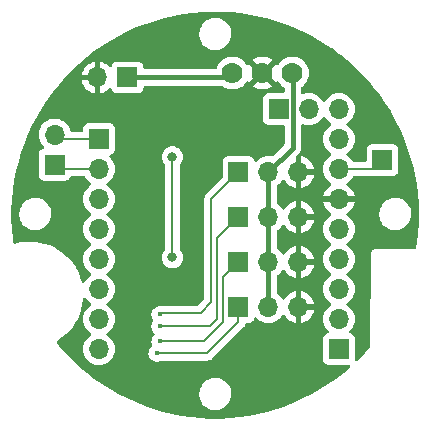
<source format=gbr>
%TF.GenerationSoftware,KiCad,Pcbnew,(7.0.0-0)*%
%TF.CreationDate,2023-10-07T19:29:10-07:00*%
%TF.ProjectId,tiny_rocket_av_bay,74696e79-5f72-46f6-936b-65745f61765f,rev?*%
%TF.SameCoordinates,Original*%
%TF.FileFunction,Copper,L1,Top*%
%TF.FilePolarity,Positive*%
%FSLAX46Y46*%
G04 Gerber Fmt 4.6, Leading zero omitted, Abs format (unit mm)*
G04 Created by KiCad (PCBNEW (7.0.0-0)) date 2023-10-07 19:29:10*
%MOMM*%
%LPD*%
G01*
G04 APERTURE LIST*
%TA.AperFunction,ComponentPad*%
%ADD10R,1.700000X1.700000*%
%TD*%
%TA.AperFunction,ComponentPad*%
%ADD11O,1.700000X1.700000*%
%TD*%
%TA.AperFunction,ComponentPad*%
%ADD12C,1.778000*%
%TD*%
%TA.AperFunction,ViaPad*%
%ADD13C,0.400000*%
%TD*%
%TA.AperFunction,ViaPad*%
%ADD14C,0.800000*%
%TD*%
%TA.AperFunction,Conductor*%
%ADD15C,0.406400*%
%TD*%
%TA.AperFunction,Conductor*%
%ADD16C,0.203200*%
%TD*%
%TA.AperFunction,Conductor*%
%ADD17C,0.457200*%
%TD*%
G04 APERTURE END LIST*
D10*
%TO.P,J8,1,Pin_1*%
%TO.N,Net-(J8-Pin_1)*%
X39941499Y-86999999D03*
D11*
%TO.P,J8,2,Pin_2*%
%TO.N,Net-(J8-Pin_2)*%
X39941499Y-84459999D03*
%TD*%
D10*
%TO.P,U1,1,SDA*%
%TO.N,unconnected-(U1-SDA-Pad1)*%
X64007999Y-102615999D03*
D11*
%TO.P,U1,2,SCL*%
%TO.N,unconnected-(U1-SCL-Pad2)*%
X64007999Y-100075999D03*
%TO.P,U1,3,D1/LPIO1/UART_TX*%
%TO.N,Servo 1 3.3v*%
X64007999Y-97535999D03*
%TO.P,U1,4,D2/LPIO2/UART_RX*%
%TO.N,Servo 2 3.3v*%
X64007999Y-94995999D03*
%TO.P,U1,5,D3/LPIO3*%
%TO.N,Servo 3 3.3v*%
X64007999Y-92455999D03*
%TO.P,U1,6,GND*%
%TO.N,bat-*%
X64007999Y-89915999D03*
%TO.P,U1,7,VDDIO_EXT*%
%TO.N,+3.3V*%
X64007999Y-87375999D03*
%TO.P,U1,8,NC*%
%TO.N,unconnected-(U1-NC-Pad8)*%
X64007999Y-84835999D03*
%TO.P,U1,9,VIN*%
%TO.N,+5V*%
X64007999Y-82295999D03*
%TO.P,U1,10,NTC*%
%TO.N,unconnected-(U1-NTC-Pad10)*%
X61467999Y-82295999D03*
D10*
%TO.P,U1,11,Vbat*%
%TO.N,unconnected-(U1-Vbat-Pad11)*%
X58927999Y-82295999D03*
%TO.P,U1,12,A0/D16*%
%TO.N,Net-(J8-Pin_2)*%
X43687999Y-84835999D03*
D11*
%TO.P,U1,13,A1/D17*%
%TO.N,Net-(J8-Pin_1)*%
X43687999Y-87375999D03*
%TO.P,U1,14,SCK*%
%TO.N,unconnected-(U1-SCK-Pad14)*%
X43687999Y-89915999D03*
%TO.P,U1,15,CIPO*%
%TO.N,unconnected-(U1-CIPO-Pad15)*%
X43687999Y-92455999D03*
%TO.P,U1,16,COPI*%
%TO.N,unconnected-(U1-COPI-Pad16)*%
X43687999Y-94995999D03*
%TO.P,U1,17,SS*%
%TO.N,unconnected-(U1-SS-Pad17)*%
X43687999Y-97535999D03*
%TO.P,U1,18,A2/D18*%
%TO.N,unconnected-(U1-A2{slash}D18-Pad18)*%
X43687999Y-100075999D03*
%TO.P,U1,19,D0/LPIO0*%
%TO.N,Servo 0 3.3v*%
X43687999Y-102615999D03*
%TD*%
D10*
%TO.P,J6,1,Pin_1*%
%TO.N,+3.3V*%
X67690999Y-86613999D03*
%TD*%
%TO.P,J4,1,Pin_1*%
%TO.N,Servo 0 5v*%
X55498999Y-87629999D03*
D11*
%TO.P,J4,2,Pin_2*%
%TO.N,+12V*%
X58038999Y-87629999D03*
%TO.P,J4,3,Pin_3*%
%TO.N,bat-*%
X60578999Y-87629999D03*
%TD*%
D10*
%TO.P,J2,1,Pin_1*%
%TO.N,Servo 1 5v*%
X55498999Y-91439999D03*
D11*
%TO.P,J2,2,Pin_2*%
%TO.N,+12V*%
X58038999Y-91439999D03*
%TO.P,J2,3,Pin_3*%
%TO.N,bat-*%
X60578999Y-91439999D03*
%TD*%
D10*
%TO.P,BT1,1,+*%
%TO.N,bat+*%
X46100999Y-79628999D03*
D11*
%TO.P,BT1,2,-*%
%TO.N,bat-*%
X43560999Y-79628999D03*
%TD*%
D12*
%TO.P,U4,1,IN*%
%TO.N,bat+*%
X54991000Y-79248000D03*
%TO.P,U4,2,GND*%
%TO.N,bat-*%
X57531000Y-79248000D03*
%TO.P,U4,3,OUT*%
%TO.N,+12V*%
X60071000Y-79248000D03*
%TD*%
D10*
%TO.P,J3,1,Pin_1*%
%TO.N,Servo 2 5v*%
X55498999Y-95249999D03*
D11*
%TO.P,J3,2,Pin_2*%
%TO.N,+12V*%
X58038999Y-95249999D03*
%TO.P,J3,3,Pin_3*%
%TO.N,bat-*%
X60578999Y-95249999D03*
%TD*%
D10*
%TO.P,J5,1,Pin_1*%
%TO.N,Servo 3 5v*%
X55498999Y-99059999D03*
D11*
%TO.P,J5,2,Pin_2*%
%TO.N,+12V*%
X58038999Y-99059999D03*
%TO.P,J5,3,Pin_3*%
%TO.N,bat-*%
X60578999Y-99059999D03*
%TD*%
D13*
%TO.N,bat-*%
X49784000Y-97028000D03*
X46228000Y-97028000D03*
%TO.N,Servo 1 5v*%
X48831500Y-100711000D03*
%TO.N,Servo 2 5v*%
X48831500Y-101981000D03*
%TO.N,bat-*%
X58166000Y-84074000D03*
X50546000Y-104394000D03*
X53721000Y-104394000D03*
X44831000Y-77724000D03*
D14*
%TO.N,+5V*%
X49911000Y-94869000D03*
X49911000Y-86360000D03*
D13*
%TO.N,Servo 0 5v*%
X48831500Y-99695000D03*
%TO.N,Servo 3 5v*%
X48577500Y-102997000D03*
%TD*%
D15*
%TO.N,+12V*%
X60108200Y-85560800D02*
X60108200Y-79285200D01*
X58039000Y-87630000D02*
X60108200Y-85560800D01*
X60108200Y-79285200D02*
X60071000Y-79248000D01*
D16*
%TO.N,Servo 1 5v*%
X53721000Y-100076000D02*
X53117750Y-100679250D01*
X53721000Y-93218000D02*
X55499000Y-91440000D01*
X53721000Y-100076000D02*
X53721000Y-93218000D01*
X53086000Y-100711000D02*
X53117750Y-100679250D01*
X48831500Y-100711000D02*
X53086000Y-100711000D01*
%TO.N,Servo 2 5v*%
X54229000Y-100330000D02*
X54229000Y-96520000D01*
X54229000Y-96520000D02*
X55499000Y-95250000D01*
X52578000Y-101981000D02*
X54229000Y-100330000D01*
X48831500Y-101981000D02*
X52578000Y-101981000D01*
%TO.N,bat-*%
X50546000Y-104394000D02*
X53721000Y-104394000D01*
D17*
X57150000Y-79629000D02*
X57531000Y-79248000D01*
%TO.N,bat+*%
X54610000Y-79629000D02*
X54991000Y-79248000D01*
X46101000Y-79629000D02*
X54610000Y-79629000D01*
D16*
%TO.N,+5V*%
X49911000Y-86360000D02*
X49911000Y-94869000D01*
D15*
%TO.N,+12V*%
X58039000Y-87630000D02*
X58039000Y-91440000D01*
X58039000Y-95250000D02*
X58039000Y-99060000D01*
X58039000Y-91440000D02*
X58039000Y-95250000D01*
D16*
%TO.N,Servo 0 5v*%
X48831500Y-99695000D02*
X48958500Y-99568000D01*
X52324000Y-99568000D02*
X53213000Y-98679000D01*
X48958500Y-99568000D02*
X52324000Y-99568000D01*
X53213000Y-89916000D02*
X55499000Y-87630000D01*
X53213000Y-98679000D02*
X53213000Y-89916000D01*
%TO.N,Servo 3 5v*%
X55499000Y-100330000D02*
X55499000Y-99060000D01*
X48577500Y-102997000D02*
X52832000Y-102997000D01*
X52832000Y-102997000D02*
X55499000Y-100330000D01*
%TO.N,+3.3V*%
X66929000Y-87376000D02*
X67691000Y-86614000D01*
X64008000Y-87376000D02*
X66929000Y-87376000D01*
%TO.N,Net-(J8-Pin_1)*%
X40200500Y-87376000D02*
X40195500Y-87381000D01*
X43688000Y-87376000D02*
X40317500Y-87376000D01*
X40317500Y-87376000D02*
X39941500Y-87000000D01*
%TO.N,Net-(J8-Pin_2)*%
X40200500Y-84836000D02*
X40195500Y-84841000D01*
X40317500Y-84836000D02*
X39941500Y-84460000D01*
X42931000Y-84079000D02*
X43688000Y-84836000D01*
X43688000Y-84836000D02*
X40317500Y-84836000D01*
%TD*%
%TA.AperFunction,Conductor*%
%TO.N,bat-*%
G36*
X54098540Y-74057419D02*
G01*
X54104399Y-74057613D01*
X54921224Y-74104205D01*
X54927118Y-74104683D01*
X55740716Y-74190213D01*
X55746587Y-74190971D01*
X56555234Y-74315257D01*
X56561010Y-74316287D01*
X57362820Y-74479042D01*
X57368566Y-74480352D01*
X58161635Y-74681190D01*
X58167326Y-74682777D01*
X58949930Y-74921258D01*
X58955523Y-74923109D01*
X59725842Y-75198680D01*
X59731340Y-75200796D01*
X60487648Y-75512840D01*
X60493028Y-75515212D01*
X61233574Y-75863011D01*
X61238835Y-75865637D01*
X61921842Y-76227174D01*
X61961891Y-76248373D01*
X61967058Y-76251267D01*
X62671024Y-76668094D01*
X62676026Y-76671219D01*
X63090267Y-76944016D01*
X63359314Y-77121196D01*
X63364180Y-77124571D01*
X63378403Y-77134944D01*
X64025158Y-77606624D01*
X64029832Y-77610206D01*
X64163336Y-77717699D01*
X64667072Y-78123292D01*
X64671595Y-78127115D01*
X65283603Y-78670031D01*
X65287938Y-78674066D01*
X65873320Y-79245576D01*
X65877455Y-79249811D01*
X66209432Y-79606431D01*
X66434877Y-79848611D01*
X66438807Y-79853040D01*
X66518108Y-79946834D01*
X66924050Y-80426967D01*
X66967012Y-80477780D01*
X66970721Y-80482386D01*
X67089647Y-80637500D01*
X67468496Y-81131632D01*
X67471986Y-81136416D01*
X67938199Y-81808691D01*
X67941456Y-81813636D01*
X68375034Y-82507394D01*
X68378052Y-82512490D01*
X68778010Y-83226152D01*
X68780781Y-83231385D01*
X69146217Y-83963342D01*
X69148735Y-83968702D01*
X69478806Y-84717269D01*
X69481065Y-84722743D01*
X69775021Y-85486216D01*
X69777016Y-85491792D01*
X70034181Y-86268416D01*
X70035908Y-86274081D01*
X70255704Y-87062112D01*
X70257158Y-87067852D01*
X70325210Y-87366219D01*
X70433193Y-87839663D01*
X70439078Y-87865463D01*
X70440257Y-87871267D01*
X70583890Y-88676672D01*
X70584790Y-88682525D01*
X70689804Y-89493852D01*
X70690424Y-89499741D01*
X70756585Y-90315168D01*
X70756923Y-90321081D01*
X70784075Y-91138740D01*
X70784130Y-91144661D01*
X70772215Y-91962682D01*
X70771987Y-91968600D01*
X70721029Y-92785111D01*
X70720519Y-92791011D01*
X70630636Y-93604159D01*
X70629845Y-93610028D01*
X70556401Y-94071427D01*
X70534307Y-94124757D01*
X70490461Y-94162305D01*
X70434367Y-94175933D01*
X67106633Y-94187324D01*
X67097622Y-94186869D01*
X67087832Y-94183957D01*
X67076383Y-94184880D01*
X67076381Y-94184880D01*
X67048144Y-94187157D01*
X67038610Y-94187557D01*
X67032858Y-94187577D01*
X67032855Y-94187577D01*
X67027128Y-94187597D01*
X67021510Y-94188666D01*
X67020436Y-94188770D01*
X67009027Y-94190312D01*
X66987300Y-94192065D01*
X66987298Y-94192065D01*
X66975849Y-94192989D01*
X66965504Y-94197986D01*
X66960613Y-94199315D01*
X66955876Y-94201168D01*
X66944592Y-94203319D01*
X66934847Y-94209398D01*
X66934841Y-94209401D01*
X66916348Y-94220938D01*
X66904666Y-94227380D01*
X66885036Y-94236865D01*
X66885028Y-94236870D01*
X66874692Y-94241865D01*
X66866857Y-94250255D01*
X66862765Y-94253270D01*
X66859020Y-94256707D01*
X66849276Y-94262787D01*
X66842386Y-94271974D01*
X66842380Y-94271981D01*
X66829298Y-94289428D01*
X66820731Y-94299656D01*
X66805860Y-94315584D01*
X66805858Y-94315586D01*
X66798020Y-94323982D01*
X66793744Y-94334639D01*
X66791019Y-94338926D01*
X66788767Y-94343485D01*
X66781879Y-94352674D01*
X66778774Y-94363727D01*
X66778771Y-94363735D01*
X66772878Y-94384720D01*
X66768585Y-94397353D01*
X66760468Y-94417587D01*
X66760467Y-94417590D01*
X66756191Y-94428251D01*
X66756053Y-94439737D01*
X66755060Y-94444726D01*
X66754609Y-94449776D01*
X66751504Y-94460835D01*
X66752602Y-94472265D01*
X66752602Y-94472272D01*
X66754688Y-94493971D01*
X66755248Y-94507309D01*
X66661503Y-102375399D01*
X66653296Y-102418307D01*
X66630719Y-102455705D01*
X66195254Y-102951995D01*
X66191286Y-102956307D01*
X65630795Y-103537266D01*
X65626628Y-103541386D01*
X65567571Y-103597076D01*
X65518039Y-103625659D01*
X65460949Y-103628974D01*
X65408442Y-103606317D01*
X65371686Y-103562507D01*
X65358499Y-103506865D01*
X65358499Y-101718128D01*
X65352091Y-101658517D01*
X65301796Y-101523669D01*
X65215546Y-101408454D01*
X65100331Y-101322204D01*
X65018637Y-101291734D01*
X64968916Y-101273189D01*
X64918537Y-101238210D01*
X64891084Y-101183365D01*
X64893273Y-101122072D01*
X64924566Y-101069329D01*
X65046495Y-100947401D01*
X65182035Y-100753830D01*
X65281903Y-100539663D01*
X65343063Y-100311408D01*
X65363659Y-100076000D01*
X65343063Y-99840592D01*
X65281903Y-99612337D01*
X65182035Y-99398171D01*
X65046495Y-99204599D01*
X64879401Y-99037505D01*
X64874968Y-99034401D01*
X64874961Y-99034395D01*
X64693842Y-98907575D01*
X64654976Y-98863257D01*
X64640965Y-98806000D01*
X64654976Y-98748743D01*
X64693842Y-98704425D01*
X64874961Y-98577604D01*
X64874961Y-98577603D01*
X64879401Y-98574495D01*
X65046495Y-98407401D01*
X65182035Y-98213830D01*
X65281903Y-97999663D01*
X65343063Y-97771408D01*
X65363659Y-97536000D01*
X65343063Y-97300592D01*
X65281903Y-97072337D01*
X65182035Y-96858171D01*
X65046495Y-96664599D01*
X64879401Y-96497505D01*
X64874968Y-96494401D01*
X64874961Y-96494395D01*
X64693842Y-96367575D01*
X64654976Y-96323257D01*
X64640965Y-96266000D01*
X64654976Y-96208743D01*
X64693842Y-96164425D01*
X64874961Y-96037604D01*
X64874961Y-96037603D01*
X64879401Y-96034495D01*
X65046495Y-95867401D01*
X65182035Y-95673830D01*
X65281903Y-95459663D01*
X65343063Y-95231408D01*
X65363659Y-94996000D01*
X65343063Y-94760592D01*
X65281903Y-94532337D01*
X65182035Y-94318171D01*
X65046495Y-94124599D01*
X64879401Y-93957505D01*
X64874968Y-93954401D01*
X64874961Y-93954395D01*
X64693842Y-93827575D01*
X64654976Y-93783257D01*
X64640965Y-93726000D01*
X64654976Y-93668743D01*
X64693842Y-93624425D01*
X64874961Y-93497604D01*
X64874961Y-93497603D01*
X64879401Y-93494495D01*
X65046495Y-93327401D01*
X65182035Y-93133830D01*
X65281903Y-92919663D01*
X65343063Y-92691408D01*
X65363659Y-92456000D01*
X65343063Y-92220592D01*
X65291816Y-92029334D01*
X65283305Y-91997569D01*
X65283304Y-91997567D01*
X65281903Y-91992337D01*
X65182035Y-91778171D01*
X65046495Y-91584599D01*
X64879401Y-91417505D01*
X64874970Y-91414402D01*
X64874966Y-91414399D01*
X64693405Y-91287269D01*
X64654540Y-91242951D01*
X64640529Y-91185694D01*
X64654540Y-91128437D01*
X64654655Y-91128306D01*
X67412328Y-91128306D01*
X67412551Y-91133560D01*
X67412551Y-91133565D01*
X67419081Y-91287269D01*
X67422114Y-91358668D01*
X67423221Y-91363809D01*
X67423223Y-91363817D01*
X67446624Y-91472397D01*
X67470690Y-91584062D01*
X67472652Y-91588945D01*
X67472654Y-91588951D01*
X67518796Y-91703780D01*
X67556659Y-91798006D01*
X67559422Y-91802494D01*
X67559424Y-91802497D01*
X67674786Y-91989857D01*
X67674791Y-91989863D01*
X67677549Y-91994343D01*
X67829880Y-92167425D01*
X68009272Y-92312274D01*
X68147483Y-92389483D01*
X68167951Y-92400917D01*
X68210563Y-92424721D01*
X68427962Y-92501533D01*
X68655215Y-92540500D01*
X68825404Y-92540500D01*
X68828035Y-92540500D01*
X69000239Y-92525843D01*
X69223369Y-92467745D01*
X69433471Y-92372773D01*
X69624500Y-92243659D01*
X69790962Y-92084119D01*
X69928066Y-91898742D01*
X70031870Y-91692860D01*
X70099386Y-91472397D01*
X70128672Y-91243694D01*
X70118886Y-91013332D01*
X70070310Y-90787938D01*
X69984341Y-90573994D01*
X69952819Y-90522800D01*
X69866213Y-90382142D01*
X69866210Y-90382138D01*
X69863451Y-90377657D01*
X69711120Y-90204575D01*
X69531728Y-90059726D01*
X69495833Y-90039674D01*
X69335037Y-89949848D01*
X69335030Y-89949845D01*
X69330437Y-89947279D01*
X69264724Y-89924061D01*
X69118007Y-89872222D01*
X69117999Y-89872220D01*
X69113038Y-89870467D01*
X69107847Y-89869577D01*
X69107840Y-89869575D01*
X68890978Y-89832390D01*
X68890972Y-89832389D01*
X68885785Y-89831500D01*
X68712965Y-89831500D01*
X68710349Y-89831722D01*
X68710340Y-89831723D01*
X68546014Y-89845709D01*
X68546003Y-89845710D01*
X68540761Y-89846157D01*
X68535662Y-89847484D01*
X68535660Y-89847485D01*
X68322726Y-89902928D01*
X68322721Y-89902929D01*
X68317631Y-89904255D01*
X68312838Y-89906421D01*
X68312831Y-89906424D01*
X68112331Y-89997055D01*
X68112318Y-89997062D01*
X68107529Y-89999227D01*
X68103167Y-90002175D01*
X68103162Y-90002178D01*
X67920867Y-90125389D01*
X67920863Y-90125391D01*
X67916500Y-90128341D01*
X67912700Y-90131982D01*
X67912695Y-90131987D01*
X67753841Y-90284235D01*
X67753834Y-90284242D01*
X67750038Y-90287881D01*
X67746910Y-90292110D01*
X67746905Y-90292116D01*
X67616067Y-90469020D01*
X67616060Y-90469031D01*
X67612934Y-90473258D01*
X67610562Y-90477961D01*
X67610561Y-90477964D01*
X67511501Y-90674437D01*
X67509130Y-90679140D01*
X67507589Y-90684170D01*
X67507588Y-90684174D01*
X67443155Y-90894568D01*
X67443152Y-90894578D01*
X67441614Y-90899603D01*
X67440945Y-90904821D01*
X67440945Y-90904825D01*
X67412996Y-91123088D01*
X67412328Y-91128306D01*
X64654655Y-91128306D01*
X64693406Y-91084119D01*
X64874638Y-90957219D01*
X64882909Y-90950278D01*
X65042278Y-90790909D01*
X65049215Y-90782643D01*
X65178498Y-90598008D01*
X65183886Y-90588676D01*
X65279143Y-90384397D01*
X65282831Y-90374263D01*
X65334943Y-90179780D01*
X65335311Y-90168551D01*
X65324369Y-90166000D01*
X62691631Y-90166000D01*
X62680688Y-90168551D01*
X62681056Y-90179780D01*
X62733168Y-90374263D01*
X62736856Y-90384397D01*
X62832113Y-90588676D01*
X62837501Y-90598008D01*
X62966784Y-90782643D01*
X62973721Y-90790909D01*
X63133090Y-90950278D01*
X63141356Y-90957215D01*
X63322595Y-91084120D01*
X63361460Y-91128438D01*
X63375471Y-91185695D01*
X63361460Y-91242952D01*
X63322594Y-91287270D01*
X63141034Y-91414399D01*
X63141029Y-91414402D01*
X63136599Y-91417505D01*
X63132775Y-91421328D01*
X63132769Y-91421334D01*
X62973334Y-91580769D01*
X62973328Y-91580775D01*
X62969505Y-91584599D01*
X62966402Y-91589029D01*
X62966399Y-91589034D01*
X62837073Y-91773731D01*
X62837068Y-91773738D01*
X62833965Y-91778171D01*
X62831677Y-91783077D01*
X62831675Y-91783081D01*
X62736386Y-91987427D01*
X62736383Y-91987432D01*
X62734097Y-91992337D01*
X62732698Y-91997557D01*
X62732694Y-91997569D01*
X62674337Y-92215365D01*
X62674335Y-92215371D01*
X62672937Y-92220592D01*
X62672465Y-92225977D01*
X62672465Y-92225982D01*
X62657461Y-92397483D01*
X62652341Y-92456000D01*
X62652813Y-92461395D01*
X62668478Y-92640449D01*
X62672937Y-92691408D01*
X62674336Y-92696630D01*
X62674337Y-92696634D01*
X62732694Y-92914430D01*
X62732697Y-92914438D01*
X62734097Y-92919663D01*
X62736385Y-92924570D01*
X62736386Y-92924572D01*
X62831678Y-93128927D01*
X62831681Y-93128933D01*
X62833965Y-93133830D01*
X62837064Y-93138257D01*
X62837066Y-93138259D01*
X62966399Y-93322966D01*
X62966402Y-93322970D01*
X62969505Y-93327401D01*
X63136599Y-93494495D01*
X63141032Y-93497599D01*
X63141038Y-93497604D01*
X63322158Y-93624425D01*
X63361024Y-93668743D01*
X63375035Y-93726000D01*
X63361024Y-93783257D01*
X63322159Y-93827575D01*
X63141041Y-93954395D01*
X63136599Y-93957505D01*
X63132775Y-93961328D01*
X63132769Y-93961334D01*
X62973334Y-94120769D01*
X62973328Y-94120775D01*
X62969505Y-94124599D01*
X62966402Y-94129029D01*
X62966399Y-94129034D01*
X62837073Y-94313731D01*
X62837068Y-94313738D01*
X62833965Y-94318171D01*
X62831677Y-94323077D01*
X62831675Y-94323081D01*
X62736386Y-94527427D01*
X62736383Y-94527432D01*
X62734097Y-94532337D01*
X62732698Y-94537557D01*
X62732694Y-94537569D01*
X62674337Y-94755365D01*
X62674335Y-94755371D01*
X62672937Y-94760592D01*
X62672465Y-94765977D01*
X62672465Y-94765982D01*
X62663452Y-94869000D01*
X62652341Y-94996000D01*
X62672937Y-95231408D01*
X62674336Y-95236630D01*
X62674337Y-95236634D01*
X62732694Y-95454430D01*
X62732697Y-95454438D01*
X62734097Y-95459663D01*
X62736385Y-95464570D01*
X62736386Y-95464572D01*
X62831678Y-95668927D01*
X62831681Y-95668933D01*
X62833965Y-95673830D01*
X62837064Y-95678257D01*
X62837066Y-95678259D01*
X62966399Y-95862966D01*
X62966402Y-95862970D01*
X62969505Y-95867401D01*
X63136599Y-96034495D01*
X63141032Y-96037599D01*
X63141038Y-96037604D01*
X63322158Y-96164425D01*
X63361024Y-96208743D01*
X63375035Y-96266000D01*
X63361024Y-96323257D01*
X63322159Y-96367575D01*
X63141041Y-96494395D01*
X63136599Y-96497505D01*
X63132775Y-96501328D01*
X63132769Y-96501334D01*
X62973334Y-96660769D01*
X62973328Y-96660775D01*
X62969505Y-96664599D01*
X62966402Y-96669029D01*
X62966399Y-96669034D01*
X62837073Y-96853731D01*
X62837068Y-96853738D01*
X62833965Y-96858171D01*
X62831677Y-96863077D01*
X62831675Y-96863081D01*
X62736386Y-97067427D01*
X62736383Y-97067432D01*
X62734097Y-97072337D01*
X62732698Y-97077557D01*
X62732694Y-97077569D01*
X62674337Y-97295365D01*
X62674335Y-97295371D01*
X62672937Y-97300592D01*
X62652341Y-97536000D01*
X62652813Y-97541395D01*
X62670506Y-97743631D01*
X62672937Y-97771408D01*
X62674336Y-97776630D01*
X62674337Y-97776634D01*
X62732694Y-97994430D01*
X62732697Y-97994438D01*
X62734097Y-97999663D01*
X62736385Y-98004570D01*
X62736386Y-98004572D01*
X62831678Y-98208927D01*
X62831681Y-98208933D01*
X62833965Y-98213830D01*
X62837064Y-98218257D01*
X62837066Y-98218259D01*
X62966399Y-98402966D01*
X62966402Y-98402970D01*
X62969505Y-98407401D01*
X63136599Y-98574495D01*
X63141032Y-98577599D01*
X63141038Y-98577604D01*
X63322158Y-98704425D01*
X63361024Y-98748743D01*
X63375035Y-98806000D01*
X63361024Y-98863257D01*
X63322159Y-98907575D01*
X63141041Y-99034395D01*
X63136599Y-99037505D01*
X63132775Y-99041328D01*
X63132769Y-99041334D01*
X62973334Y-99200769D01*
X62973328Y-99200775D01*
X62969505Y-99204599D01*
X62966402Y-99209029D01*
X62966399Y-99209034D01*
X62837073Y-99393731D01*
X62837068Y-99393738D01*
X62833965Y-99398171D01*
X62831677Y-99403077D01*
X62831675Y-99403081D01*
X62736386Y-99607427D01*
X62736383Y-99607432D01*
X62734097Y-99612337D01*
X62732698Y-99617557D01*
X62732694Y-99617569D01*
X62674337Y-99835365D01*
X62674335Y-99835371D01*
X62672937Y-99840592D01*
X62672465Y-99845977D01*
X62672465Y-99845982D01*
X62664992Y-99931401D01*
X62652341Y-100076000D01*
X62652813Y-100081395D01*
X62668478Y-100260449D01*
X62672937Y-100311408D01*
X62674336Y-100316630D01*
X62674337Y-100316634D01*
X62732694Y-100534430D01*
X62732697Y-100534438D01*
X62734097Y-100539663D01*
X62736385Y-100544570D01*
X62736386Y-100544572D01*
X62831678Y-100748927D01*
X62831681Y-100748933D01*
X62833965Y-100753830D01*
X62837064Y-100758257D01*
X62837066Y-100758259D01*
X62966399Y-100942966D01*
X62966402Y-100942970D01*
X62969505Y-100947401D01*
X62973336Y-100951232D01*
X63091430Y-101069326D01*
X63122726Y-101122072D01*
X63124915Y-101183365D01*
X63097462Y-101238210D01*
X63047083Y-101273189D01*
X62944365Y-101311501D01*
X62915669Y-101322204D01*
X62908572Y-101327516D01*
X62908568Y-101327519D01*
X62807550Y-101403141D01*
X62807546Y-101403144D01*
X62800454Y-101408454D01*
X62795144Y-101415546D01*
X62795141Y-101415550D01*
X62719519Y-101516568D01*
X62719516Y-101516572D01*
X62714204Y-101523669D01*
X62711104Y-101531978D01*
X62711104Y-101531980D01*
X62666620Y-101651247D01*
X62666619Y-101651250D01*
X62663909Y-101658517D01*
X62663079Y-101666227D01*
X62663079Y-101666232D01*
X62657855Y-101714819D01*
X62657854Y-101714831D01*
X62657500Y-101718127D01*
X62657500Y-101721448D01*
X62657500Y-101721449D01*
X62657500Y-103510560D01*
X62657500Y-103510578D01*
X62657501Y-103513872D01*
X62657853Y-103517150D01*
X62657854Y-103517161D01*
X62663079Y-103565768D01*
X62663080Y-103565773D01*
X62663909Y-103573483D01*
X62666619Y-103580749D01*
X62666620Y-103580753D01*
X62676155Y-103606317D01*
X62714204Y-103708331D01*
X62719518Y-103715430D01*
X62719519Y-103715431D01*
X62775367Y-103790035D01*
X62800454Y-103823546D01*
X62915669Y-103909796D01*
X63050517Y-103960091D01*
X63110127Y-103966500D01*
X64854540Y-103966499D01*
X64912520Y-103980889D01*
X64957043Y-104020721D01*
X64977775Y-104076747D01*
X64969903Y-104135966D01*
X64935256Y-104184632D01*
X64422128Y-104624621D01*
X64417591Y-104628329D01*
X63780620Y-105124274D01*
X63775913Y-105127763D01*
X63116231Y-105593059D01*
X63111364Y-105596322D01*
X62430454Y-106029925D01*
X62425439Y-106032955D01*
X61724774Y-106433926D01*
X61719621Y-106436715D01*
X61000822Y-106804125D01*
X60995543Y-106806668D01*
X60260187Y-107139715D01*
X60254794Y-107142006D01*
X59504508Y-107439948D01*
X59499013Y-107441981D01*
X58735492Y-107704148D01*
X58729906Y-107705919D01*
X57954887Y-107931713D01*
X57949225Y-107933219D01*
X57164358Y-108122161D01*
X57158630Y-108123397D01*
X56365758Y-108275043D01*
X56359978Y-108276008D01*
X55560784Y-108390034D01*
X55554966Y-108390724D01*
X54751313Y-108466867D01*
X54745468Y-108467282D01*
X53939092Y-108505375D01*
X53933235Y-108505513D01*
X53125965Y-108505471D01*
X53120107Y-108505332D01*
X52313756Y-108467155D01*
X52307911Y-108466740D01*
X51504242Y-108390512D01*
X51498424Y-108389821D01*
X50699268Y-108275714D01*
X50693488Y-108274749D01*
X49900605Y-108123017D01*
X49894878Y-108121780D01*
X49110060Y-107932763D01*
X49104397Y-107931257D01*
X48329370Y-107705373D01*
X48323785Y-107703601D01*
X47560298Y-107441357D01*
X47554803Y-107439323D01*
X46804567Y-107141310D01*
X46799174Y-107139019D01*
X46063843Y-106805892D01*
X46058565Y-106803349D01*
X45339796Y-106435860D01*
X45334643Y-106433070D01*
X45221501Y-106368306D01*
X52172328Y-106368306D01*
X52172551Y-106373560D01*
X52172551Y-106373565D01*
X52177451Y-106488911D01*
X52182114Y-106598668D01*
X52183221Y-106603809D01*
X52183223Y-106603817D01*
X52226681Y-106805461D01*
X52230690Y-106824062D01*
X52232652Y-106828945D01*
X52232654Y-106828951D01*
X52296827Y-106988651D01*
X52316659Y-107038006D01*
X52319422Y-107042494D01*
X52319424Y-107042497D01*
X52434786Y-107229857D01*
X52434791Y-107229863D01*
X52437549Y-107234343D01*
X52589880Y-107407425D01*
X52769272Y-107552274D01*
X52970563Y-107664721D01*
X53187962Y-107741533D01*
X53415215Y-107780500D01*
X53585404Y-107780500D01*
X53588035Y-107780500D01*
X53760239Y-107765843D01*
X53983369Y-107707745D01*
X54193471Y-107612773D01*
X54384500Y-107483659D01*
X54550962Y-107324119D01*
X54688066Y-107138742D01*
X54791870Y-106932860D01*
X54859386Y-106712397D01*
X54888672Y-106483694D01*
X54878886Y-106253332D01*
X54830310Y-106027938D01*
X54744341Y-105813994D01*
X54623451Y-105617657D01*
X54471120Y-105444575D01*
X54291728Y-105299726D01*
X54188712Y-105242178D01*
X54095037Y-105189848D01*
X54095030Y-105189845D01*
X54090437Y-105187279D01*
X54081226Y-105184024D01*
X53878007Y-105112222D01*
X53877999Y-105112220D01*
X53873038Y-105110467D01*
X53867847Y-105109577D01*
X53867840Y-105109575D01*
X53650978Y-105072390D01*
X53650972Y-105072389D01*
X53645785Y-105071500D01*
X53472965Y-105071500D01*
X53470349Y-105071722D01*
X53470340Y-105071723D01*
X53306014Y-105085709D01*
X53306003Y-105085710D01*
X53300761Y-105086157D01*
X53295662Y-105087484D01*
X53295660Y-105087485D01*
X53082726Y-105142928D01*
X53082721Y-105142929D01*
X53077631Y-105144255D01*
X53072838Y-105146421D01*
X53072831Y-105146424D01*
X52872331Y-105237055D01*
X52872318Y-105237062D01*
X52867529Y-105239227D01*
X52863167Y-105242175D01*
X52863162Y-105242178D01*
X52680867Y-105365389D01*
X52680863Y-105365391D01*
X52676500Y-105368341D01*
X52672700Y-105371982D01*
X52672695Y-105371987D01*
X52513841Y-105524235D01*
X52513834Y-105524242D01*
X52510038Y-105527881D01*
X52506910Y-105532110D01*
X52506905Y-105532116D01*
X52376067Y-105709020D01*
X52376060Y-105709031D01*
X52372934Y-105713258D01*
X52370562Y-105717961D01*
X52370561Y-105717964D01*
X52319677Y-105818886D01*
X52269130Y-105919140D01*
X52267589Y-105924170D01*
X52267588Y-105924174D01*
X52203155Y-106134568D01*
X52203152Y-106134578D01*
X52201614Y-106139603D01*
X52200945Y-106144821D01*
X52200945Y-106144825D01*
X52172996Y-106363088D01*
X52172328Y-106368306D01*
X45221501Y-106368306D01*
X44634021Y-106032026D01*
X44629006Y-106028995D01*
X43948146Y-105595324D01*
X43943280Y-105592061D01*
X43283643Y-105126694D01*
X43278936Y-105123204D01*
X42642018Y-104627194D01*
X42637481Y-104623485D01*
X42024718Y-104097950D01*
X42020362Y-104094032D01*
X41433094Y-103540124D01*
X41428928Y-103536004D01*
X41064726Y-103158423D01*
X40868491Y-102954979D01*
X40864529Y-102950673D01*
X40763559Y-102835576D01*
X40332163Y-102343820D01*
X40328404Y-102339325D01*
X40139748Y-102102588D01*
X40116306Y-102054907D01*
X40114972Y-102001792D01*
X40135991Y-101952995D01*
X40175502Y-101917474D01*
X40256978Y-101871221D01*
X40597060Y-101634557D01*
X40914060Y-101367769D01*
X41205319Y-101073094D01*
X41468392Y-100753005D01*
X41701074Y-100410186D01*
X41901411Y-100047515D01*
X42067723Y-99668035D01*
X42198614Y-99274928D01*
X42292986Y-98871494D01*
X42350048Y-98461118D01*
X42354155Y-98372915D01*
X42371881Y-98314573D01*
X42415272Y-98271733D01*
X42473837Y-98254755D01*
X42533414Y-98267744D01*
X42579596Y-98307561D01*
X42646395Y-98402961D01*
X42646401Y-98402968D01*
X42649505Y-98407401D01*
X42816599Y-98574495D01*
X42821032Y-98577599D01*
X42821038Y-98577604D01*
X43002158Y-98704425D01*
X43041024Y-98748743D01*
X43055035Y-98806000D01*
X43041024Y-98863257D01*
X43002159Y-98907575D01*
X42821041Y-99034395D01*
X42816599Y-99037505D01*
X42812775Y-99041328D01*
X42812769Y-99041334D01*
X42653334Y-99200769D01*
X42653328Y-99200775D01*
X42649505Y-99204599D01*
X42646402Y-99209029D01*
X42646399Y-99209034D01*
X42517073Y-99393731D01*
X42517068Y-99393738D01*
X42513965Y-99398171D01*
X42511677Y-99403077D01*
X42511675Y-99403081D01*
X42416386Y-99607427D01*
X42416383Y-99607432D01*
X42414097Y-99612337D01*
X42412698Y-99617557D01*
X42412694Y-99617569D01*
X42354337Y-99835365D01*
X42354335Y-99835371D01*
X42352937Y-99840592D01*
X42352465Y-99845977D01*
X42352465Y-99845982D01*
X42344992Y-99931401D01*
X42332341Y-100076000D01*
X42332813Y-100081395D01*
X42348478Y-100260449D01*
X42352937Y-100311408D01*
X42354336Y-100316630D01*
X42354337Y-100316634D01*
X42412694Y-100534430D01*
X42412697Y-100534438D01*
X42414097Y-100539663D01*
X42416385Y-100544570D01*
X42416386Y-100544572D01*
X42511678Y-100748927D01*
X42511681Y-100748933D01*
X42513965Y-100753830D01*
X42517064Y-100758257D01*
X42517066Y-100758259D01*
X42646399Y-100942966D01*
X42646402Y-100942970D01*
X42649505Y-100947401D01*
X42816599Y-101114495D01*
X42821032Y-101117599D01*
X42821038Y-101117604D01*
X43002158Y-101244425D01*
X43041024Y-101288743D01*
X43055035Y-101346000D01*
X43041024Y-101403257D01*
X43002160Y-101447574D01*
X42816599Y-101577505D01*
X42812775Y-101581328D01*
X42812769Y-101581334D01*
X42653334Y-101740769D01*
X42653328Y-101740775D01*
X42649505Y-101744599D01*
X42646402Y-101749029D01*
X42646399Y-101749034D01*
X42517073Y-101933731D01*
X42517068Y-101933738D01*
X42513965Y-101938171D01*
X42511677Y-101943077D01*
X42511675Y-101943081D01*
X42416386Y-102147427D01*
X42416383Y-102147432D01*
X42414097Y-102152337D01*
X42412698Y-102157557D01*
X42412694Y-102157569D01*
X42354337Y-102375365D01*
X42354335Y-102375371D01*
X42352937Y-102380592D01*
X42352465Y-102385977D01*
X42352465Y-102385982D01*
X42339946Y-102529071D01*
X42332341Y-102616000D01*
X42352937Y-102851408D01*
X42354336Y-102856630D01*
X42354337Y-102856634D01*
X42412694Y-103074430D01*
X42412697Y-103074438D01*
X42414097Y-103079663D01*
X42416385Y-103084570D01*
X42416386Y-103084572D01*
X42511678Y-103288927D01*
X42511681Y-103288933D01*
X42513965Y-103293830D01*
X42517064Y-103298257D01*
X42517066Y-103298259D01*
X42646399Y-103482966D01*
X42646402Y-103482970D01*
X42649505Y-103487401D01*
X42816599Y-103654495D01*
X42821031Y-103657598D01*
X42821033Y-103657600D01*
X42965260Y-103758589D01*
X43010170Y-103790035D01*
X43224337Y-103889903D01*
X43452592Y-103951063D01*
X43688000Y-103971659D01*
X43923408Y-103951063D01*
X44151663Y-103889903D01*
X44365830Y-103790035D01*
X44559401Y-103654495D01*
X44726495Y-103487401D01*
X44862035Y-103293830D01*
X44961903Y-103079663D01*
X44984052Y-102997000D01*
X47871855Y-102997000D01*
X47872759Y-103004445D01*
X47891455Y-103158423D01*
X47891456Y-103158427D01*
X47892360Y-103165872D01*
X47895018Y-103172882D01*
X47895020Y-103172888D01*
X47939028Y-103288927D01*
X47952682Y-103324930D01*
X47956944Y-103331105D01*
X47956945Y-103331106D01*
X48039461Y-103450651D01*
X48049317Y-103464929D01*
X48176648Y-103577734D01*
X48327275Y-103656790D01*
X48492444Y-103697500D01*
X48655056Y-103697500D01*
X48662556Y-103697500D01*
X48827725Y-103656790D01*
X48910579Y-103613304D01*
X48968206Y-103599100D01*
X52784421Y-103599100D01*
X52800604Y-103600160D01*
X52832000Y-103604294D01*
X52871455Y-103599100D01*
X52871460Y-103599100D01*
X52989180Y-103583602D01*
X53135647Y-103522933D01*
X53147454Y-103513873D01*
X53229847Y-103450651D01*
X53229846Y-103450651D01*
X53229854Y-103450644D01*
X53261422Y-103426422D01*
X53280704Y-103401292D01*
X53291390Y-103389106D01*
X55891107Y-100789389D01*
X55903291Y-100778704D01*
X55928422Y-100759422D01*
X55952648Y-100727849D01*
X55952652Y-100727846D01*
X56024934Y-100633647D01*
X56085602Y-100487180D01*
X56087830Y-100488103D01*
X56105345Y-100454632D01*
X56147890Y-100422072D01*
X56200199Y-100410499D01*
X56393561Y-100410499D01*
X56396872Y-100410499D01*
X56456483Y-100404091D01*
X56591331Y-100353796D01*
X56706546Y-100267546D01*
X56792796Y-100152331D01*
X56841810Y-100020916D01*
X56876789Y-99970537D01*
X56931634Y-99943084D01*
X56992927Y-99945273D01*
X57045673Y-99976569D01*
X57167599Y-100098495D01*
X57172031Y-100101598D01*
X57172033Y-100101600D01*
X57259620Y-100162929D01*
X57361170Y-100234035D01*
X57366070Y-100236320D01*
X57366072Y-100236321D01*
X57417815Y-100260449D01*
X57575337Y-100333903D01*
X57803592Y-100395063D01*
X58039000Y-100415659D01*
X58274408Y-100395063D01*
X58502663Y-100333903D01*
X58716830Y-100234035D01*
X58910401Y-100098495D01*
X59077495Y-99931401D01*
X59207730Y-99745405D01*
X59252048Y-99706540D01*
X59309305Y-99692529D01*
X59366562Y-99706540D01*
X59410880Y-99745405D01*
X59537784Y-99926643D01*
X59544721Y-99934909D01*
X59704090Y-100094278D01*
X59712356Y-100101215D01*
X59896991Y-100230498D01*
X59906323Y-100235886D01*
X60110602Y-100331143D01*
X60120736Y-100334831D01*
X60315219Y-100386943D01*
X60326448Y-100387311D01*
X60329000Y-100376369D01*
X60829000Y-100376369D01*
X60831551Y-100387311D01*
X60842780Y-100386943D01*
X61037263Y-100334831D01*
X61047397Y-100331143D01*
X61251676Y-100235886D01*
X61261008Y-100230498D01*
X61445643Y-100101215D01*
X61453909Y-100094278D01*
X61613278Y-99934909D01*
X61620215Y-99926643D01*
X61749498Y-99742008D01*
X61754886Y-99732676D01*
X61850143Y-99528397D01*
X61853831Y-99518263D01*
X61905943Y-99323780D01*
X61906311Y-99312551D01*
X61895369Y-99310000D01*
X60845326Y-99310000D01*
X60832450Y-99313450D01*
X60829000Y-99326326D01*
X60829000Y-100376369D01*
X60329000Y-100376369D01*
X60329000Y-98793674D01*
X60829000Y-98793674D01*
X60832450Y-98806549D01*
X60845326Y-98810000D01*
X61895369Y-98810000D01*
X61906311Y-98807448D01*
X61905943Y-98796219D01*
X61853831Y-98601736D01*
X61850143Y-98591602D01*
X61754889Y-98387332D01*
X61749491Y-98377982D01*
X61620215Y-98193357D01*
X61613280Y-98185092D01*
X61453909Y-98025721D01*
X61445643Y-98018784D01*
X61261008Y-97889501D01*
X61251676Y-97884113D01*
X61047397Y-97788856D01*
X61037263Y-97785168D01*
X60842780Y-97733056D01*
X60831551Y-97732688D01*
X60829000Y-97743631D01*
X60829000Y-98793674D01*
X60329000Y-98793674D01*
X60329000Y-97743631D01*
X60326448Y-97732688D01*
X60315219Y-97733056D01*
X60120736Y-97785168D01*
X60110602Y-97788856D01*
X59906332Y-97884110D01*
X59896982Y-97889508D01*
X59712357Y-98018784D01*
X59704092Y-98025719D01*
X59544719Y-98185092D01*
X59537788Y-98193352D01*
X59410880Y-98374596D01*
X59366562Y-98413461D01*
X59309305Y-98427472D01*
X59252048Y-98413461D01*
X59207730Y-98374595D01*
X59077495Y-98188599D01*
X58910401Y-98021505D01*
X58905970Y-98018402D01*
X58905966Y-98018399D01*
X58795576Y-97941103D01*
X58756711Y-97896785D01*
X58742700Y-97839528D01*
X58742700Y-96470472D01*
X58756711Y-96413215D01*
X58795576Y-96368897D01*
X58860756Y-96323257D01*
X58910401Y-96288495D01*
X59077495Y-96121401D01*
X59207730Y-95935405D01*
X59252048Y-95896540D01*
X59309305Y-95882529D01*
X59366562Y-95896540D01*
X59410880Y-95935405D01*
X59537784Y-96116643D01*
X59544721Y-96124909D01*
X59704090Y-96284278D01*
X59712356Y-96291215D01*
X59896991Y-96420498D01*
X59906323Y-96425886D01*
X60110602Y-96521143D01*
X60120736Y-96524831D01*
X60315219Y-96576943D01*
X60326448Y-96577311D01*
X60329000Y-96566369D01*
X60829000Y-96566369D01*
X60831551Y-96577311D01*
X60842780Y-96576943D01*
X61037263Y-96524831D01*
X61047397Y-96521143D01*
X61251676Y-96425886D01*
X61261008Y-96420498D01*
X61445643Y-96291215D01*
X61453909Y-96284278D01*
X61613278Y-96124909D01*
X61620215Y-96116643D01*
X61749498Y-95932008D01*
X61754886Y-95922676D01*
X61850143Y-95718397D01*
X61853831Y-95708263D01*
X61905943Y-95513780D01*
X61906311Y-95502551D01*
X61895369Y-95500000D01*
X60845326Y-95500000D01*
X60832450Y-95503450D01*
X60829000Y-95516326D01*
X60829000Y-96566369D01*
X60329000Y-96566369D01*
X60329000Y-94983674D01*
X60829000Y-94983674D01*
X60832450Y-94996549D01*
X60845326Y-95000000D01*
X61895369Y-95000000D01*
X61906311Y-94997448D01*
X61905943Y-94986219D01*
X61853831Y-94791736D01*
X61850143Y-94781602D01*
X61754889Y-94577332D01*
X61749491Y-94567982D01*
X61620215Y-94383357D01*
X61613280Y-94375092D01*
X61453909Y-94215721D01*
X61445643Y-94208784D01*
X61261008Y-94079501D01*
X61251676Y-94074113D01*
X61047397Y-93978856D01*
X61037263Y-93975168D01*
X60842780Y-93923056D01*
X60831551Y-93922688D01*
X60829000Y-93933631D01*
X60829000Y-94983674D01*
X60329000Y-94983674D01*
X60329000Y-93933631D01*
X60326448Y-93922688D01*
X60315219Y-93923056D01*
X60120736Y-93975168D01*
X60110602Y-93978856D01*
X59906332Y-94074110D01*
X59896982Y-94079508D01*
X59712357Y-94208784D01*
X59704092Y-94215719D01*
X59544719Y-94375092D01*
X59537788Y-94383352D01*
X59410880Y-94564596D01*
X59366562Y-94603461D01*
X59309305Y-94617472D01*
X59252048Y-94603461D01*
X59207730Y-94564595D01*
X59077495Y-94378599D01*
X58910401Y-94211505D01*
X58905970Y-94208402D01*
X58905966Y-94208399D01*
X58795576Y-94131103D01*
X58756711Y-94086785D01*
X58742700Y-94029528D01*
X58742700Y-92660472D01*
X58756711Y-92603215D01*
X58795576Y-92558897D01*
X58880007Y-92499777D01*
X58910401Y-92478495D01*
X59077495Y-92311401D01*
X59207730Y-92125405D01*
X59252048Y-92086540D01*
X59309305Y-92072529D01*
X59366562Y-92086540D01*
X59410880Y-92125405D01*
X59537784Y-92306643D01*
X59544721Y-92314909D01*
X59704090Y-92474278D01*
X59712356Y-92481215D01*
X59896991Y-92610498D01*
X59906323Y-92615886D01*
X60110602Y-92711143D01*
X60120736Y-92714831D01*
X60315219Y-92766943D01*
X60326448Y-92767311D01*
X60329000Y-92756369D01*
X60829000Y-92756369D01*
X60831551Y-92767311D01*
X60842780Y-92766943D01*
X61037263Y-92714831D01*
X61047397Y-92711143D01*
X61251676Y-92615886D01*
X61261008Y-92610498D01*
X61445643Y-92481215D01*
X61453909Y-92474278D01*
X61613278Y-92314909D01*
X61620215Y-92306643D01*
X61749498Y-92122008D01*
X61754886Y-92112676D01*
X61850143Y-91908397D01*
X61853831Y-91898263D01*
X61905943Y-91703780D01*
X61906311Y-91692551D01*
X61895369Y-91690000D01*
X60845326Y-91690000D01*
X60832450Y-91693450D01*
X60829000Y-91706326D01*
X60829000Y-92756369D01*
X60329000Y-92756369D01*
X60329000Y-91173674D01*
X60829000Y-91173674D01*
X60832450Y-91186549D01*
X60845326Y-91190000D01*
X61895369Y-91190000D01*
X61906311Y-91187448D01*
X61905943Y-91176219D01*
X61853831Y-90981736D01*
X61850143Y-90971602D01*
X61754889Y-90767332D01*
X61749491Y-90757982D01*
X61620215Y-90573357D01*
X61613280Y-90565092D01*
X61453909Y-90405721D01*
X61445643Y-90398784D01*
X61261008Y-90269501D01*
X61251676Y-90264113D01*
X61047397Y-90168856D01*
X61037263Y-90165168D01*
X60842780Y-90113056D01*
X60831551Y-90112688D01*
X60829000Y-90123631D01*
X60829000Y-91173674D01*
X60329000Y-91173674D01*
X60329000Y-90123631D01*
X60326448Y-90112688D01*
X60315219Y-90113056D01*
X60120736Y-90165168D01*
X60110602Y-90168856D01*
X59906332Y-90264110D01*
X59896982Y-90269508D01*
X59712357Y-90398784D01*
X59704092Y-90405719D01*
X59544719Y-90565092D01*
X59537788Y-90573352D01*
X59410880Y-90754596D01*
X59366562Y-90793461D01*
X59309305Y-90807472D01*
X59252048Y-90793461D01*
X59207730Y-90754595D01*
X59098087Y-90598008D01*
X59077495Y-90568599D01*
X58910401Y-90401505D01*
X58905970Y-90398402D01*
X58905966Y-90398399D01*
X58795576Y-90321103D01*
X58756711Y-90276785D01*
X58742700Y-90219528D01*
X58742700Y-88850472D01*
X58756711Y-88793215D01*
X58795576Y-88748897D01*
X58890364Y-88682525D01*
X58910401Y-88668495D01*
X59077495Y-88501401D01*
X59207730Y-88315405D01*
X59252048Y-88276540D01*
X59309305Y-88262529D01*
X59366562Y-88276540D01*
X59410880Y-88315405D01*
X59537784Y-88496643D01*
X59544721Y-88504909D01*
X59704090Y-88664278D01*
X59712356Y-88671215D01*
X59896991Y-88800498D01*
X59906323Y-88805886D01*
X60110602Y-88901143D01*
X60120736Y-88904831D01*
X60315219Y-88956943D01*
X60326448Y-88957311D01*
X60329000Y-88946369D01*
X60829000Y-88946369D01*
X60831551Y-88957311D01*
X60842780Y-88956943D01*
X61037263Y-88904831D01*
X61047397Y-88901143D01*
X61251676Y-88805886D01*
X61261008Y-88800498D01*
X61445643Y-88671215D01*
X61453909Y-88664278D01*
X61613278Y-88504909D01*
X61620215Y-88496643D01*
X61749498Y-88312008D01*
X61754886Y-88302676D01*
X61850143Y-88098397D01*
X61853831Y-88088263D01*
X61905943Y-87893780D01*
X61906311Y-87882551D01*
X61895369Y-87880000D01*
X60845326Y-87880000D01*
X60832450Y-87883450D01*
X60829000Y-87896326D01*
X60829000Y-88946369D01*
X60329000Y-88946369D01*
X60329000Y-87363674D01*
X60829000Y-87363674D01*
X60832450Y-87376549D01*
X60845326Y-87380000D01*
X61895369Y-87380000D01*
X61906311Y-87377448D01*
X61905943Y-87366219D01*
X61853831Y-87171736D01*
X61850143Y-87161602D01*
X61754889Y-86957332D01*
X61749491Y-86947982D01*
X61620215Y-86763357D01*
X61613280Y-86755092D01*
X61453909Y-86595721D01*
X61445643Y-86588784D01*
X61261008Y-86459501D01*
X61251676Y-86454113D01*
X61047397Y-86358856D01*
X61037263Y-86355168D01*
X60842780Y-86303056D01*
X60831551Y-86302688D01*
X60829000Y-86313631D01*
X60829000Y-87363674D01*
X60329000Y-87363674D01*
X60329000Y-86386543D01*
X60338439Y-86339090D01*
X60365319Y-86298862D01*
X60462216Y-86201965D01*
X60588122Y-86076058D01*
X60593561Y-86070939D01*
X60618486Y-86048858D01*
X60638795Y-86030866D01*
X60673133Y-85981116D01*
X60677534Y-85975134D01*
X60714836Y-85927524D01*
X60719032Y-85918198D01*
X60730060Y-85898644D01*
X60735871Y-85890227D01*
X60743291Y-85870663D01*
X60757301Y-85833718D01*
X60760158Y-85826818D01*
X60784971Y-85771690D01*
X60786812Y-85761639D01*
X60792841Y-85740010D01*
X60796470Y-85730443D01*
X60803757Y-85670422D01*
X60804882Y-85663033D01*
X60807362Y-85649500D01*
X60815774Y-85603600D01*
X60812125Y-85543285D01*
X60811900Y-85535800D01*
X60811900Y-83674809D01*
X60827186Y-83615166D01*
X60869275Y-83570228D01*
X60927791Y-83551074D01*
X60988303Y-83562426D01*
X61004337Y-83569903D01*
X61232592Y-83631063D01*
X61468000Y-83651659D01*
X61703408Y-83631063D01*
X61931663Y-83569903D01*
X62145830Y-83470035D01*
X62339401Y-83334495D01*
X62506495Y-83167401D01*
X62636424Y-82981842D01*
X62680743Y-82942976D01*
X62738000Y-82928965D01*
X62795257Y-82942976D01*
X62839575Y-82981842D01*
X62966395Y-83162961D01*
X62966401Y-83162968D01*
X62969505Y-83167401D01*
X63136599Y-83334495D01*
X63141032Y-83337599D01*
X63141038Y-83337604D01*
X63322158Y-83464425D01*
X63361024Y-83508743D01*
X63375035Y-83566000D01*
X63361024Y-83623257D01*
X63322159Y-83667575D01*
X63141041Y-83794395D01*
X63136599Y-83797505D01*
X63132775Y-83801328D01*
X63132769Y-83801334D01*
X62973334Y-83960769D01*
X62973328Y-83960775D01*
X62969505Y-83964599D01*
X62966402Y-83969029D01*
X62966399Y-83969034D01*
X62837073Y-84153731D01*
X62837068Y-84153738D01*
X62833965Y-84158171D01*
X62831677Y-84163077D01*
X62831675Y-84163081D01*
X62736386Y-84367427D01*
X62736383Y-84367432D01*
X62734097Y-84372337D01*
X62732698Y-84377557D01*
X62732694Y-84377569D01*
X62674337Y-84595365D01*
X62674335Y-84595371D01*
X62672937Y-84600592D01*
X62652341Y-84836000D01*
X62672937Y-85071408D01*
X62674336Y-85076630D01*
X62674337Y-85076634D01*
X62732694Y-85294430D01*
X62732697Y-85294438D01*
X62734097Y-85299663D01*
X62736385Y-85304570D01*
X62736386Y-85304572D01*
X62831678Y-85508927D01*
X62831681Y-85508933D01*
X62833965Y-85513830D01*
X62837064Y-85518257D01*
X62837066Y-85518259D01*
X62966399Y-85702966D01*
X62966402Y-85702970D01*
X62969505Y-85707401D01*
X63136599Y-85874495D01*
X63141032Y-85877599D01*
X63141038Y-85877604D01*
X63322158Y-86004425D01*
X63361024Y-86048743D01*
X63375035Y-86106000D01*
X63361024Y-86163257D01*
X63322159Y-86207575D01*
X63141041Y-86334395D01*
X63136599Y-86337505D01*
X63132775Y-86341328D01*
X63132769Y-86341334D01*
X62973334Y-86500769D01*
X62973328Y-86500775D01*
X62969505Y-86504599D01*
X62966402Y-86509029D01*
X62966399Y-86509034D01*
X62837073Y-86693731D01*
X62837068Y-86693738D01*
X62833965Y-86698171D01*
X62831677Y-86703077D01*
X62831675Y-86703081D01*
X62736386Y-86907427D01*
X62736383Y-86907432D01*
X62734097Y-86912337D01*
X62732698Y-86917557D01*
X62732694Y-86917569D01*
X62674337Y-87135365D01*
X62674335Y-87135371D01*
X62672937Y-87140592D01*
X62672465Y-87145977D01*
X62672465Y-87145982D01*
X62670212Y-87171736D01*
X62652341Y-87376000D01*
X62652813Y-87381395D01*
X62668455Y-87560188D01*
X62672937Y-87611408D01*
X62674336Y-87616630D01*
X62674337Y-87616634D01*
X62732694Y-87834430D01*
X62732697Y-87834438D01*
X62734097Y-87839663D01*
X62736385Y-87844570D01*
X62736386Y-87844572D01*
X62831678Y-88048927D01*
X62831681Y-88048933D01*
X62833965Y-88053830D01*
X62837064Y-88058257D01*
X62837066Y-88058259D01*
X62966399Y-88242966D01*
X62966402Y-88242970D01*
X62969505Y-88247401D01*
X63136599Y-88414495D01*
X63141031Y-88417598D01*
X63141033Y-88417600D01*
X63322595Y-88544731D01*
X63361460Y-88589049D01*
X63375471Y-88646306D01*
X63361460Y-88703563D01*
X63322595Y-88747881D01*
X63141352Y-88874788D01*
X63133092Y-88881719D01*
X62973719Y-89041092D01*
X62966784Y-89049357D01*
X62837508Y-89233982D01*
X62832110Y-89243332D01*
X62736856Y-89447602D01*
X62733168Y-89457736D01*
X62681056Y-89652219D01*
X62680688Y-89663448D01*
X62691631Y-89666000D01*
X65324369Y-89666000D01*
X65335311Y-89663448D01*
X65334943Y-89652219D01*
X65282831Y-89457736D01*
X65279143Y-89447602D01*
X65183889Y-89243332D01*
X65178491Y-89233982D01*
X65049215Y-89049357D01*
X65042280Y-89041092D01*
X64882909Y-88881721D01*
X64874643Y-88874784D01*
X64693405Y-88747880D01*
X64654540Y-88703562D01*
X64640529Y-88646305D01*
X64654540Y-88589048D01*
X64693406Y-88544730D01*
X64699395Y-88540537D01*
X64879401Y-88414495D01*
X65046495Y-88247401D01*
X65182035Y-88053830D01*
X65184322Y-88048924D01*
X65187029Y-88044237D01*
X65188172Y-88044896D01*
X65229718Y-87997521D01*
X65296345Y-87978100D01*
X66881421Y-87978100D01*
X66897604Y-87979160D01*
X66929000Y-87983294D01*
X66968455Y-87978100D01*
X66968460Y-87978100D01*
X67063705Y-87965559D01*
X67079891Y-87964499D01*
X68585561Y-87964499D01*
X68588872Y-87964499D01*
X68648483Y-87958091D01*
X68783331Y-87907796D01*
X68898546Y-87821546D01*
X68984796Y-87706331D01*
X69035091Y-87571483D01*
X69041500Y-87511873D01*
X69041499Y-85716128D01*
X69035091Y-85656517D01*
X68984796Y-85521669D01*
X68898546Y-85406454D01*
X68783331Y-85320204D01*
X68648483Y-85269909D01*
X68640770Y-85269079D01*
X68640767Y-85269079D01*
X68592180Y-85263855D01*
X68592169Y-85263854D01*
X68588873Y-85263500D01*
X68585550Y-85263500D01*
X66796439Y-85263500D01*
X66796420Y-85263500D01*
X66793128Y-85263501D01*
X66789850Y-85263853D01*
X66789838Y-85263854D01*
X66741231Y-85269079D01*
X66741225Y-85269080D01*
X66733517Y-85269909D01*
X66726252Y-85272618D01*
X66726246Y-85272620D01*
X66606980Y-85317104D01*
X66606978Y-85317104D01*
X66598669Y-85320204D01*
X66591572Y-85325516D01*
X66591568Y-85325519D01*
X66490550Y-85401141D01*
X66490546Y-85401144D01*
X66483454Y-85406454D01*
X66478144Y-85413546D01*
X66478141Y-85413550D01*
X66402519Y-85514568D01*
X66402516Y-85514572D01*
X66397204Y-85521669D01*
X66394104Y-85529978D01*
X66394104Y-85529980D01*
X66349620Y-85649247D01*
X66349619Y-85649250D01*
X66346909Y-85656517D01*
X66346079Y-85664227D01*
X66346079Y-85664232D01*
X66340855Y-85712819D01*
X66340854Y-85712831D01*
X66340500Y-85716127D01*
X66340500Y-86213789D01*
X66340501Y-86649900D01*
X66323888Y-86711900D01*
X66278501Y-86757287D01*
X66216501Y-86773900D01*
X65296345Y-86773900D01*
X65229723Y-86754482D01*
X65188172Y-86707107D01*
X65187030Y-86707767D01*
X65184325Y-86703082D01*
X65182035Y-86698171D01*
X65046495Y-86504599D01*
X64879401Y-86337505D01*
X64874968Y-86334401D01*
X64874961Y-86334395D01*
X64693842Y-86207575D01*
X64654976Y-86163257D01*
X64640965Y-86106000D01*
X64654976Y-86048743D01*
X64693842Y-86004425D01*
X64874961Y-85877604D01*
X64874961Y-85877603D01*
X64879401Y-85874495D01*
X65046495Y-85707401D01*
X65182035Y-85513830D01*
X65281903Y-85299663D01*
X65343063Y-85071408D01*
X65363659Y-84836000D01*
X65343063Y-84600592D01*
X65281903Y-84372337D01*
X65182035Y-84158171D01*
X65046495Y-83964599D01*
X64879401Y-83797505D01*
X64874968Y-83794401D01*
X64874961Y-83794395D01*
X64693842Y-83667575D01*
X64654976Y-83623257D01*
X64640965Y-83566000D01*
X64654976Y-83508743D01*
X64693842Y-83464425D01*
X64874961Y-83337604D01*
X64874961Y-83337603D01*
X64879401Y-83334495D01*
X65046495Y-83167401D01*
X65182035Y-82973830D01*
X65281903Y-82759663D01*
X65343063Y-82531408D01*
X65363659Y-82296000D01*
X65343063Y-82060592D01*
X65294572Y-81879619D01*
X65283305Y-81837569D01*
X65283304Y-81837567D01*
X65281903Y-81832337D01*
X65182035Y-81618171D01*
X65046495Y-81424599D01*
X64879401Y-81257505D01*
X64874970Y-81254402D01*
X64874966Y-81254399D01*
X64690259Y-81125066D01*
X64690257Y-81125064D01*
X64685830Y-81121965D01*
X64680933Y-81119681D01*
X64680927Y-81119678D01*
X64476572Y-81024386D01*
X64476567Y-81024384D01*
X64471663Y-81022097D01*
X64466438Y-81020697D01*
X64466430Y-81020694D01*
X64248634Y-80962337D01*
X64248630Y-80962336D01*
X64243408Y-80960937D01*
X64238020Y-80960465D01*
X64238017Y-80960465D01*
X64013395Y-80940813D01*
X64008000Y-80940341D01*
X64002605Y-80940813D01*
X63777982Y-80960465D01*
X63777977Y-80960465D01*
X63772592Y-80960937D01*
X63767371Y-80962335D01*
X63767365Y-80962337D01*
X63549569Y-81020694D01*
X63549557Y-81020698D01*
X63544337Y-81022097D01*
X63539432Y-81024383D01*
X63539427Y-81024386D01*
X63335081Y-81119675D01*
X63335077Y-81119677D01*
X63330171Y-81121965D01*
X63325738Y-81125068D01*
X63325731Y-81125073D01*
X63141034Y-81254399D01*
X63141029Y-81254402D01*
X63136599Y-81257505D01*
X63132775Y-81261328D01*
X63132769Y-81261334D01*
X62973334Y-81420769D01*
X62973328Y-81420775D01*
X62969505Y-81424599D01*
X62966402Y-81429029D01*
X62966399Y-81429034D01*
X62839575Y-81610159D01*
X62795257Y-81649025D01*
X62738000Y-81663036D01*
X62680743Y-81649025D01*
X62636425Y-81610159D01*
X62592302Y-81547145D01*
X62506495Y-81424599D01*
X62339401Y-81257505D01*
X62334970Y-81254402D01*
X62334966Y-81254399D01*
X62150259Y-81125066D01*
X62150257Y-81125064D01*
X62145830Y-81121965D01*
X62140933Y-81119681D01*
X62140927Y-81119678D01*
X61936572Y-81024386D01*
X61936567Y-81024384D01*
X61931663Y-81022097D01*
X61926438Y-81020697D01*
X61926430Y-81020694D01*
X61708634Y-80962337D01*
X61708630Y-80962336D01*
X61703408Y-80960937D01*
X61698020Y-80960465D01*
X61698017Y-80960465D01*
X61473395Y-80940813D01*
X61468000Y-80940341D01*
X61462605Y-80940813D01*
X61237982Y-80960465D01*
X61237977Y-80960465D01*
X61232592Y-80960937D01*
X61227371Y-80962335D01*
X61227365Y-80962337D01*
X61009569Y-81020694D01*
X61009557Y-81020698D01*
X61004337Y-81022097D01*
X60999434Y-81024383D01*
X60999432Y-81024384D01*
X60999428Y-81024386D01*
X60988304Y-81029573D01*
X60927791Y-81040926D01*
X60869275Y-81021772D01*
X60827186Y-80976834D01*
X60811900Y-80917191D01*
X60811900Y-80492730D01*
X60824500Y-80438269D01*
X60859736Y-80394877D01*
X61015308Y-80273792D01*
X61171269Y-80104373D01*
X61297217Y-79911595D01*
X61389717Y-79700716D01*
X61446246Y-79477488D01*
X61465262Y-79248000D01*
X61446246Y-79018512D01*
X61389717Y-78795284D01*
X61297217Y-78584405D01*
X61171269Y-78391627D01*
X61167801Y-78387860D01*
X61167799Y-78387857D01*
X61018781Y-78225981D01*
X61015308Y-78222208D01*
X60878792Y-78115954D01*
X60837635Y-78083920D01*
X60837634Y-78083919D01*
X60833589Y-78080771D01*
X60773601Y-78048307D01*
X60635573Y-77973609D01*
X60635568Y-77973607D01*
X60631069Y-77971172D01*
X60626228Y-77969510D01*
X60626221Y-77969507D01*
X60418124Y-77898068D01*
X60418123Y-77898067D01*
X60413271Y-77896402D01*
X60408221Y-77895559D01*
X60408212Y-77895557D01*
X60191199Y-77859344D01*
X60191190Y-77859343D01*
X60186137Y-77858500D01*
X59955863Y-77858500D01*
X59950810Y-77859343D01*
X59950800Y-77859344D01*
X59733787Y-77895557D01*
X59733775Y-77895559D01*
X59728729Y-77896402D01*
X59723879Y-77898066D01*
X59723875Y-77898068D01*
X59515778Y-77969507D01*
X59515767Y-77969511D01*
X59510931Y-77971172D01*
X59506435Y-77973604D01*
X59506426Y-77973609D01*
X59312919Y-78078331D01*
X59312915Y-78078333D01*
X59308411Y-78080771D01*
X59304371Y-78083915D01*
X59304364Y-78083920D01*
X59130739Y-78219057D01*
X59130731Y-78219064D01*
X59126692Y-78222208D01*
X59123222Y-78225976D01*
X59123218Y-78225981D01*
X58974200Y-78387857D01*
X58974191Y-78387867D01*
X58970731Y-78391627D01*
X58967935Y-78395906D01*
X58967923Y-78395922D01*
X58904508Y-78492986D01*
X58859717Y-78534219D01*
X58800699Y-78549164D01*
X58741682Y-78534218D01*
X58696891Y-78492985D01*
X58681805Y-78469894D01*
X58673838Y-78462170D01*
X58664457Y-78468094D01*
X57896095Y-79236457D01*
X57889431Y-79248000D01*
X57896095Y-79259542D01*
X58664457Y-80027904D01*
X58673838Y-80033828D01*
X58681803Y-80026106D01*
X58696890Y-80003014D01*
X58741682Y-79961780D01*
X58800699Y-79946834D01*
X58859717Y-79961779D01*
X58904509Y-80003013D01*
X58967925Y-80100080D01*
X58967932Y-80100089D01*
X58970731Y-80104373D01*
X58974196Y-80108137D01*
X58974200Y-80108142D01*
X59085117Y-80228630D01*
X59126692Y-80273792D01*
X59130738Y-80276941D01*
X59130739Y-80276942D01*
X59174507Y-80311008D01*
X59308411Y-80415229D01*
X59312918Y-80417668D01*
X59312923Y-80417671D01*
X59339517Y-80432063D01*
X59387022Y-80477644D01*
X59404500Y-80541118D01*
X59404500Y-80821500D01*
X59387887Y-80883500D01*
X59342500Y-80928887D01*
X59280500Y-80945500D01*
X58033439Y-80945500D01*
X58033420Y-80945500D01*
X58030128Y-80945501D01*
X58026850Y-80945853D01*
X58026838Y-80945854D01*
X57978231Y-80951079D01*
X57978225Y-80951080D01*
X57970517Y-80951909D01*
X57963252Y-80954618D01*
X57963246Y-80954620D01*
X57843980Y-80999104D01*
X57843978Y-80999104D01*
X57835669Y-81002204D01*
X57828572Y-81007516D01*
X57828568Y-81007519D01*
X57727550Y-81083141D01*
X57727546Y-81083144D01*
X57720454Y-81088454D01*
X57715144Y-81095546D01*
X57715141Y-81095550D01*
X57639519Y-81196568D01*
X57639516Y-81196572D01*
X57634204Y-81203669D01*
X57631104Y-81211978D01*
X57631104Y-81211980D01*
X57586620Y-81331247D01*
X57586619Y-81331250D01*
X57583909Y-81338517D01*
X57583079Y-81346227D01*
X57583079Y-81346232D01*
X57577855Y-81394819D01*
X57577854Y-81394831D01*
X57577500Y-81398127D01*
X57577500Y-81401448D01*
X57577500Y-81401449D01*
X57577500Y-83190560D01*
X57577500Y-83190578D01*
X57577501Y-83193872D01*
X57577853Y-83197150D01*
X57577854Y-83197161D01*
X57583079Y-83245768D01*
X57583080Y-83245773D01*
X57583909Y-83253483D01*
X57586619Y-83260749D01*
X57586620Y-83260753D01*
X57597183Y-83289073D01*
X57634204Y-83388331D01*
X57639518Y-83395430D01*
X57639519Y-83395431D01*
X57711742Y-83491909D01*
X57720454Y-83503546D01*
X57835669Y-83589796D01*
X57970517Y-83640091D01*
X58030127Y-83646500D01*
X59280500Y-83646499D01*
X59342500Y-83663112D01*
X59387887Y-83708499D01*
X59404500Y-83770499D01*
X59404500Y-85217956D01*
X59395061Y-85265409D01*
X59368181Y-85305637D01*
X58407425Y-86266391D01*
X58351839Y-86298484D01*
X58287654Y-86298486D01*
X58279634Y-86296337D01*
X58279631Y-86296336D01*
X58274408Y-86294937D01*
X58269020Y-86294465D01*
X58269017Y-86294465D01*
X58044395Y-86274813D01*
X58039000Y-86274341D01*
X58033605Y-86274813D01*
X57808982Y-86294465D01*
X57808977Y-86294465D01*
X57803592Y-86294937D01*
X57798371Y-86296335D01*
X57798365Y-86296337D01*
X57580569Y-86354694D01*
X57580557Y-86354698D01*
X57575337Y-86356097D01*
X57570432Y-86358383D01*
X57570427Y-86358386D01*
X57366081Y-86453675D01*
X57366077Y-86453677D01*
X57361171Y-86455965D01*
X57356738Y-86459068D01*
X57356731Y-86459073D01*
X57172034Y-86588399D01*
X57172029Y-86588402D01*
X57167599Y-86591505D01*
X57163775Y-86595328D01*
X57163775Y-86595329D01*
X57045673Y-86713431D01*
X56992926Y-86744726D01*
X56931633Y-86746915D01*
X56876789Y-86719462D01*
X56841810Y-86669082D01*
X56814448Y-86595721D01*
X56792796Y-86537669D01*
X56706546Y-86422454D01*
X56616030Y-86354694D01*
X56598431Y-86341519D01*
X56598430Y-86341518D01*
X56591331Y-86336204D01*
X56490204Y-86298486D01*
X56463752Y-86288620D01*
X56463750Y-86288619D01*
X56456483Y-86285909D01*
X56448770Y-86285079D01*
X56448767Y-86285079D01*
X56400180Y-86279855D01*
X56400169Y-86279854D01*
X56396873Y-86279500D01*
X56393550Y-86279500D01*
X54604439Y-86279500D01*
X54604420Y-86279500D01*
X54601128Y-86279501D01*
X54597850Y-86279853D01*
X54597838Y-86279854D01*
X54549231Y-86285079D01*
X54549225Y-86285080D01*
X54541517Y-86285909D01*
X54534252Y-86288618D01*
X54534246Y-86288620D01*
X54414980Y-86333104D01*
X54414978Y-86333104D01*
X54406669Y-86336204D01*
X54399572Y-86341516D01*
X54399568Y-86341519D01*
X54298550Y-86417141D01*
X54298546Y-86417144D01*
X54291454Y-86422454D01*
X54286144Y-86429546D01*
X54286141Y-86429550D01*
X54210519Y-86530568D01*
X54210516Y-86530572D01*
X54205204Y-86537669D01*
X54202104Y-86545978D01*
X54202104Y-86545980D01*
X54157620Y-86665247D01*
X54157619Y-86665250D01*
X54154909Y-86672517D01*
X54154079Y-86680227D01*
X54154079Y-86680232D01*
X54148855Y-86728819D01*
X54148854Y-86728831D01*
X54148500Y-86732127D01*
X54148500Y-86735449D01*
X54148500Y-88077639D01*
X54139061Y-88125092D01*
X54112181Y-88165320D01*
X52820895Y-89456605D01*
X52808708Y-89467293D01*
X52783578Y-89486578D01*
X52778633Y-89493021D01*
X52778630Y-89493025D01*
X52759351Y-89518150D01*
X52759349Y-89518153D01*
X52697632Y-89598582D01*
X52697630Y-89598584D01*
X52687066Y-89612353D01*
X52687067Y-89612353D01*
X52680696Y-89627733D01*
X52680695Y-89627735D01*
X52629508Y-89751310D01*
X52629506Y-89751315D01*
X52626398Y-89758820D01*
X52625338Y-89766871D01*
X52625336Y-89766879D01*
X52611468Y-89872222D01*
X52610900Y-89876540D01*
X52610900Y-89876545D01*
X52605706Y-89916000D01*
X52606767Y-89924059D01*
X52606767Y-89924061D01*
X52609839Y-89947396D01*
X52610900Y-89963580D01*
X52610900Y-98378240D01*
X52601461Y-98425693D01*
X52574581Y-98465921D01*
X52110921Y-98929581D01*
X52070693Y-98956461D01*
X52023240Y-98965900D01*
X49006079Y-98965900D01*
X48989895Y-98964839D01*
X48966560Y-98961767D01*
X48958500Y-98960706D01*
X48950440Y-98961767D01*
X48950439Y-98961767D01*
X48919049Y-98965899D01*
X48919040Y-98965900D01*
X48816821Y-98979357D01*
X48816820Y-98979357D01*
X48801319Y-98981398D01*
X48801320Y-98981398D01*
X48787207Y-98987243D01*
X48782146Y-98987863D01*
X48759384Y-98993838D01*
X48753933Y-98994500D01*
X48746444Y-98994500D01*
X48739170Y-98996292D01*
X48739168Y-98996293D01*
X48588555Y-99033415D01*
X48588550Y-99033416D01*
X48581275Y-99035210D01*
X48574640Y-99038692D01*
X48574633Y-99038695D01*
X48437291Y-99110779D01*
X48437288Y-99110780D01*
X48430648Y-99114266D01*
X48425037Y-99119236D01*
X48425031Y-99119241D01*
X48308930Y-99222098D01*
X48303317Y-99227071D01*
X48299062Y-99233235D01*
X48299057Y-99233241D01*
X48210945Y-99360893D01*
X48210942Y-99360897D01*
X48206682Y-99367070D01*
X48204023Y-99374081D01*
X48204020Y-99374087D01*
X48149020Y-99519111D01*
X48149017Y-99519119D01*
X48146360Y-99526128D01*
X48145456Y-99533570D01*
X48145455Y-99533576D01*
X48136488Y-99607427D01*
X48125855Y-99695000D01*
X48126759Y-99702445D01*
X48145455Y-99856423D01*
X48145456Y-99856427D01*
X48146360Y-99863872D01*
X48149018Y-99870882D01*
X48149020Y-99870888D01*
X48197008Y-99997422D01*
X48206682Y-100022930D01*
X48210944Y-100029105D01*
X48210945Y-100029106D01*
X48282354Y-100132560D01*
X48301798Y-100178197D01*
X48301798Y-100227803D01*
X48282354Y-100273440D01*
X48210945Y-100376893D01*
X48210942Y-100376897D01*
X48206682Y-100383070D01*
X48204023Y-100390081D01*
X48204020Y-100390087D01*
X48149020Y-100535111D01*
X48149017Y-100535119D01*
X48146360Y-100542128D01*
X48145456Y-100549570D01*
X48145455Y-100549576D01*
X48136159Y-100626136D01*
X48125855Y-100711000D01*
X48126759Y-100718445D01*
X48145455Y-100872423D01*
X48145456Y-100872427D01*
X48146360Y-100879872D01*
X48149018Y-100886882D01*
X48149020Y-100886888D01*
X48204020Y-101031912D01*
X48206682Y-101038930D01*
X48303317Y-101178929D01*
X48370232Y-101238210D01*
X48387135Y-101253185D01*
X48424012Y-101311501D01*
X48424012Y-101380499D01*
X48387134Y-101438815D01*
X48303317Y-101513071D01*
X48299062Y-101519235D01*
X48299057Y-101519241D01*
X48210945Y-101646893D01*
X48210942Y-101646897D01*
X48206682Y-101653070D01*
X48204023Y-101660081D01*
X48204020Y-101660087D01*
X48149020Y-101805111D01*
X48149017Y-101805119D01*
X48146360Y-101812128D01*
X48145456Y-101819570D01*
X48145455Y-101819576D01*
X48131055Y-101938171D01*
X48125855Y-101981000D01*
X48126759Y-101988445D01*
X48145455Y-102142423D01*
X48145456Y-102142427D01*
X48146360Y-102149872D01*
X48149019Y-102156884D01*
X48149021Y-102156891D01*
X48199247Y-102289328D01*
X48207204Y-102338292D01*
X48195333Y-102386456D01*
X48165532Y-102426113D01*
X48132130Y-102455705D01*
X48049317Y-102529071D01*
X48045062Y-102535235D01*
X48045057Y-102535241D01*
X47956945Y-102662893D01*
X47956942Y-102662897D01*
X47952682Y-102669070D01*
X47950023Y-102676081D01*
X47950020Y-102676087D01*
X47895020Y-102821111D01*
X47895017Y-102821119D01*
X47892360Y-102828128D01*
X47891456Y-102835570D01*
X47891455Y-102835576D01*
X47876796Y-102956307D01*
X47871855Y-102997000D01*
X44984052Y-102997000D01*
X45023063Y-102851408D01*
X45043659Y-102616000D01*
X45023063Y-102380592D01*
X44961903Y-102152337D01*
X44862035Y-101938171D01*
X44726495Y-101744599D01*
X44559401Y-101577505D01*
X44554970Y-101574402D01*
X44554966Y-101574399D01*
X44373841Y-101447574D01*
X44334976Y-101403256D01*
X44320965Y-101345999D01*
X44334976Y-101288742D01*
X44373839Y-101244426D01*
X44559401Y-101114495D01*
X44726495Y-100947401D01*
X44862035Y-100753830D01*
X44961903Y-100539663D01*
X45023063Y-100311408D01*
X45043659Y-100076000D01*
X45023063Y-99840592D01*
X44961903Y-99612337D01*
X44862035Y-99398171D01*
X44726495Y-99204599D01*
X44559401Y-99037505D01*
X44554968Y-99034401D01*
X44554961Y-99034395D01*
X44373842Y-98907575D01*
X44334976Y-98863257D01*
X44320965Y-98806000D01*
X44334976Y-98748743D01*
X44373842Y-98704425D01*
X44554961Y-98577604D01*
X44554961Y-98577603D01*
X44559401Y-98574495D01*
X44726495Y-98407401D01*
X44862035Y-98213830D01*
X44961903Y-97999663D01*
X45023063Y-97771408D01*
X45043659Y-97536000D01*
X45023063Y-97300592D01*
X44961903Y-97072337D01*
X44862035Y-96858171D01*
X44726495Y-96664599D01*
X44559401Y-96497505D01*
X44554968Y-96494401D01*
X44554961Y-96494395D01*
X44373842Y-96367575D01*
X44334976Y-96323257D01*
X44320965Y-96266000D01*
X44334976Y-96208743D01*
X44373842Y-96164425D01*
X44554961Y-96037604D01*
X44554961Y-96037603D01*
X44559401Y-96034495D01*
X44726495Y-95867401D01*
X44862035Y-95673830D01*
X44961903Y-95459663D01*
X45023063Y-95231408D01*
X45043659Y-94996000D01*
X45032548Y-94869000D01*
X49005540Y-94869000D01*
X49006219Y-94875460D01*
X49024646Y-95050795D01*
X49024647Y-95050803D01*
X49025326Y-95057256D01*
X49027331Y-95063428D01*
X49027333Y-95063435D01*
X49081813Y-95231105D01*
X49083821Y-95237284D01*
X49087068Y-95242908D01*
X49087069Y-95242910D01*
X49143233Y-95340190D01*
X49178467Y-95401216D01*
X49305129Y-95541888D01*
X49458270Y-95653151D01*
X49631197Y-95730144D01*
X49816354Y-95769500D01*
X49999143Y-95769500D01*
X50005646Y-95769500D01*
X50190803Y-95730144D01*
X50363730Y-95653151D01*
X50516871Y-95541888D01*
X50643533Y-95401216D01*
X50738179Y-95237284D01*
X50796674Y-95057256D01*
X50816460Y-94869000D01*
X50796674Y-94680744D01*
X50738179Y-94500716D01*
X50643533Y-94336784D01*
X50544949Y-94227296D01*
X50521336Y-94188763D01*
X50513100Y-94144325D01*
X50513100Y-87084675D01*
X50521336Y-87040237D01*
X50544950Y-87001703D01*
X50589549Y-86952171D01*
X50643533Y-86892216D01*
X50738179Y-86728284D01*
X50796674Y-86548256D01*
X50816460Y-86360000D01*
X50796674Y-86171744D01*
X50738179Y-85991716D01*
X50643533Y-85827784D01*
X50583977Y-85761641D01*
X50521220Y-85691942D01*
X50521219Y-85691941D01*
X50516871Y-85687112D01*
X50511613Y-85683292D01*
X50511611Y-85683290D01*
X50368988Y-85579669D01*
X50368987Y-85579668D01*
X50363730Y-85575849D01*
X50332850Y-85562100D01*
X50196745Y-85501501D01*
X50196740Y-85501499D01*
X50190803Y-85498856D01*
X50184444Y-85497504D01*
X50184440Y-85497503D01*
X50012008Y-85460852D01*
X50012005Y-85460851D01*
X50005646Y-85459500D01*
X49816354Y-85459500D01*
X49809995Y-85460851D01*
X49809991Y-85460852D01*
X49637559Y-85497503D01*
X49637552Y-85497505D01*
X49631197Y-85498856D01*
X49625262Y-85501498D01*
X49625254Y-85501501D01*
X49464207Y-85573205D01*
X49464202Y-85573207D01*
X49458270Y-85575849D01*
X49453016Y-85579665D01*
X49453011Y-85579669D01*
X49310388Y-85683290D01*
X49310381Y-85683295D01*
X49305129Y-85687112D01*
X49300784Y-85691937D01*
X49300779Y-85691942D01*
X49182813Y-85822956D01*
X49182808Y-85822962D01*
X49178467Y-85827784D01*
X49175222Y-85833404D01*
X49175218Y-85833410D01*
X49087069Y-85986089D01*
X49087066Y-85986094D01*
X49083821Y-85991716D01*
X49081815Y-85997888D01*
X49081813Y-85997894D01*
X49027333Y-86165564D01*
X49027331Y-86165573D01*
X49025326Y-86171744D01*
X49024648Y-86178194D01*
X49024646Y-86178204D01*
X49011525Y-86303056D01*
X49005540Y-86360000D01*
X49006219Y-86366460D01*
X49024646Y-86541795D01*
X49024647Y-86541803D01*
X49025326Y-86548256D01*
X49027331Y-86554428D01*
X49027333Y-86554435D01*
X49081813Y-86722105D01*
X49083821Y-86728284D01*
X49087068Y-86733908D01*
X49087069Y-86733910D01*
X49099298Y-86755092D01*
X49178467Y-86892216D01*
X49182811Y-86897041D01*
X49182813Y-86897043D01*
X49277050Y-87001703D01*
X49300664Y-87040237D01*
X49308900Y-87084675D01*
X49308900Y-94144325D01*
X49300664Y-94188763D01*
X49277050Y-94227297D01*
X49182813Y-94331956D01*
X49182808Y-94331962D01*
X49178467Y-94336784D01*
X49175222Y-94342404D01*
X49175218Y-94342410D01*
X49087069Y-94495089D01*
X49087066Y-94495094D01*
X49083821Y-94500716D01*
X49081815Y-94506888D01*
X49081813Y-94506894D01*
X49027333Y-94674564D01*
X49027331Y-94674573D01*
X49025326Y-94680744D01*
X49024648Y-94687194D01*
X49024646Y-94687204D01*
X49006962Y-94855464D01*
X49005540Y-94869000D01*
X45032548Y-94869000D01*
X45023063Y-94760592D01*
X44961903Y-94532337D01*
X44862035Y-94318171D01*
X44726495Y-94124599D01*
X44559401Y-93957505D01*
X44554968Y-93954401D01*
X44554961Y-93954395D01*
X44373842Y-93827575D01*
X44334976Y-93783257D01*
X44320965Y-93726000D01*
X44334976Y-93668743D01*
X44373842Y-93624425D01*
X44554961Y-93497604D01*
X44554961Y-93497603D01*
X44559401Y-93494495D01*
X44726495Y-93327401D01*
X44862035Y-93133830D01*
X44961903Y-92919663D01*
X45023063Y-92691408D01*
X45043659Y-92456000D01*
X45023063Y-92220592D01*
X44971816Y-92029334D01*
X44963305Y-91997569D01*
X44963304Y-91997567D01*
X44961903Y-91992337D01*
X44862035Y-91778171D01*
X44726495Y-91584599D01*
X44559401Y-91417505D01*
X44554968Y-91414401D01*
X44554961Y-91414395D01*
X44373842Y-91287575D01*
X44334976Y-91243257D01*
X44320965Y-91186000D01*
X44334976Y-91128743D01*
X44373842Y-91084425D01*
X44554961Y-90957604D01*
X44554961Y-90957603D01*
X44559401Y-90954495D01*
X44726495Y-90787401D01*
X44862035Y-90593830D01*
X44961903Y-90379663D01*
X45023063Y-90151408D01*
X45043659Y-89916000D01*
X45023063Y-89680592D01*
X44969753Y-89481634D01*
X44963305Y-89457569D01*
X44963304Y-89457567D01*
X44961903Y-89452337D01*
X44862035Y-89238171D01*
X44726495Y-89044599D01*
X44559401Y-88877505D01*
X44554970Y-88874402D01*
X44554966Y-88874399D01*
X44373841Y-88747574D01*
X44334976Y-88703256D01*
X44320965Y-88645999D01*
X44334976Y-88588742D01*
X44373839Y-88544426D01*
X44559401Y-88414495D01*
X44726495Y-88247401D01*
X44862035Y-88053830D01*
X44961903Y-87839663D01*
X45023063Y-87611408D01*
X45043659Y-87376000D01*
X45023063Y-87140592D01*
X44961903Y-86912337D01*
X44862035Y-86698171D01*
X44726495Y-86504599D01*
X44604569Y-86382673D01*
X44573273Y-86329927D01*
X44571084Y-86268634D01*
X44598537Y-86213789D01*
X44648916Y-86178810D01*
X44780331Y-86129796D01*
X44895546Y-86043546D01*
X44981796Y-85928331D01*
X45032091Y-85793483D01*
X45038500Y-85733873D01*
X45038499Y-83938128D01*
X45032091Y-83878517D01*
X44981796Y-83743669D01*
X44895546Y-83628454D01*
X44848045Y-83592895D01*
X44787431Y-83547519D01*
X44787430Y-83547518D01*
X44780331Y-83542204D01*
X44690617Y-83508743D01*
X44652752Y-83494620D01*
X44652750Y-83494619D01*
X44645483Y-83491909D01*
X44637770Y-83491079D01*
X44637767Y-83491079D01*
X44589180Y-83485855D01*
X44589169Y-83485854D01*
X44585873Y-83485500D01*
X44582551Y-83485500D01*
X43043911Y-83485500D01*
X43027728Y-83484439D01*
X42939060Y-83472767D01*
X42931000Y-83471706D01*
X42922940Y-83472767D01*
X42834269Y-83484439D01*
X42818090Y-83485500D01*
X42793440Y-83485500D01*
X42793423Y-83485500D01*
X42790128Y-83485501D01*
X42786851Y-83485853D01*
X42786837Y-83485854D01*
X42738231Y-83491079D01*
X42738225Y-83491080D01*
X42730517Y-83491909D01*
X42723252Y-83494618D01*
X42723246Y-83494620D01*
X42603980Y-83539104D01*
X42603978Y-83539104D01*
X42595669Y-83542204D01*
X42588572Y-83547516D01*
X42588568Y-83547519D01*
X42487550Y-83623141D01*
X42487546Y-83623144D01*
X42480454Y-83628454D01*
X42475144Y-83635546D01*
X42475141Y-83635550D01*
X42399519Y-83736568D01*
X42399516Y-83736572D01*
X42394204Y-83743669D01*
X42391104Y-83751978D01*
X42391104Y-83751980D01*
X42346620Y-83871247D01*
X42346619Y-83871250D01*
X42343909Y-83878517D01*
X42343079Y-83886227D01*
X42343079Y-83886232D01*
X42337855Y-83934819D01*
X42337854Y-83934831D01*
X42337500Y-83938127D01*
X42337500Y-83941449D01*
X42337500Y-83966094D01*
X42336439Y-83982277D01*
X42323706Y-84079000D01*
X42325644Y-84093718D01*
X42315085Y-84162307D01*
X42269328Y-84214481D01*
X42202704Y-84233900D01*
X41374206Y-84233900D01*
X41321801Y-84222282D01*
X41279216Y-84189605D01*
X41254431Y-84141993D01*
X41216805Y-84001569D01*
X41216804Y-84001567D01*
X41215403Y-83996337D01*
X41115535Y-83782171D01*
X40979995Y-83588599D01*
X40812901Y-83421505D01*
X40808470Y-83418402D01*
X40808466Y-83418399D01*
X40623759Y-83289066D01*
X40623757Y-83289064D01*
X40619330Y-83285965D01*
X40614433Y-83283681D01*
X40614427Y-83283678D01*
X40410072Y-83188386D01*
X40410070Y-83188385D01*
X40405163Y-83186097D01*
X40399938Y-83184697D01*
X40399930Y-83184694D01*
X40182134Y-83126337D01*
X40182130Y-83126336D01*
X40176908Y-83124937D01*
X40171520Y-83124465D01*
X40171517Y-83124465D01*
X39946895Y-83104813D01*
X39941500Y-83104341D01*
X39936105Y-83104813D01*
X39711482Y-83124465D01*
X39711477Y-83124465D01*
X39706092Y-83124937D01*
X39700871Y-83126335D01*
X39700865Y-83126337D01*
X39483069Y-83184694D01*
X39483057Y-83184698D01*
X39477837Y-83186097D01*
X39472932Y-83188383D01*
X39472927Y-83188386D01*
X39268581Y-83283675D01*
X39268577Y-83283677D01*
X39263671Y-83285965D01*
X39259238Y-83289068D01*
X39259231Y-83289073D01*
X39074534Y-83418399D01*
X39074529Y-83418402D01*
X39070099Y-83421505D01*
X39066275Y-83425328D01*
X39066269Y-83425334D01*
X38906834Y-83584769D01*
X38906828Y-83584775D01*
X38903005Y-83588599D01*
X38899902Y-83593029D01*
X38899899Y-83593034D01*
X38770573Y-83777731D01*
X38770568Y-83777738D01*
X38767465Y-83782171D01*
X38765177Y-83787077D01*
X38765175Y-83787081D01*
X38669886Y-83991427D01*
X38669883Y-83991432D01*
X38667597Y-83996337D01*
X38666198Y-84001557D01*
X38666194Y-84001569D01*
X38607837Y-84219365D01*
X38607835Y-84219371D01*
X38606437Y-84224592D01*
X38605965Y-84229977D01*
X38605965Y-84229982D01*
X38593940Y-84367427D01*
X38585841Y-84460000D01*
X38606437Y-84695408D01*
X38607836Y-84700630D01*
X38607837Y-84700634D01*
X38666194Y-84918430D01*
X38666197Y-84918438D01*
X38667597Y-84923663D01*
X38669885Y-84928570D01*
X38669886Y-84928572D01*
X38765178Y-85132927D01*
X38765181Y-85132933D01*
X38767465Y-85137830D01*
X38770564Y-85142257D01*
X38770566Y-85142259D01*
X38899899Y-85326966D01*
X38899902Y-85326970D01*
X38903005Y-85331401D01*
X38906835Y-85335231D01*
X38906836Y-85335232D01*
X39024930Y-85453326D01*
X39056226Y-85506072D01*
X39058415Y-85567365D01*
X39030962Y-85622210D01*
X38980583Y-85657189D01*
X38900357Y-85687112D01*
X38849169Y-85706204D01*
X38842072Y-85711516D01*
X38842068Y-85711519D01*
X38741050Y-85787141D01*
X38741046Y-85787144D01*
X38733954Y-85792454D01*
X38728644Y-85799546D01*
X38728641Y-85799550D01*
X38653019Y-85900568D01*
X38653016Y-85900572D01*
X38647704Y-85907669D01*
X38644604Y-85915978D01*
X38644604Y-85915980D01*
X38600120Y-86035247D01*
X38600119Y-86035250D01*
X38597409Y-86042517D01*
X38596579Y-86050227D01*
X38596579Y-86050232D01*
X38591355Y-86098819D01*
X38591354Y-86098831D01*
X38591000Y-86102127D01*
X38591000Y-86105448D01*
X38591000Y-86105449D01*
X38591000Y-87894560D01*
X38591000Y-87894578D01*
X38591001Y-87897872D01*
X38591353Y-87901150D01*
X38591354Y-87901161D01*
X38596579Y-87949768D01*
X38596580Y-87949773D01*
X38597409Y-87957483D01*
X38600119Y-87964749D01*
X38600120Y-87964753D01*
X38612342Y-87997521D01*
X38647704Y-88092331D01*
X38653018Y-88099430D01*
X38653019Y-88099431D01*
X38702343Y-88165320D01*
X38733954Y-88207546D01*
X38849169Y-88293796D01*
X38984017Y-88344091D01*
X39043627Y-88350500D01*
X40839372Y-88350499D01*
X40898983Y-88344091D01*
X41033831Y-88293796D01*
X41149046Y-88207546D01*
X41235296Y-88092331D01*
X41247814Y-88058766D01*
X41274252Y-88016531D01*
X41315183Y-87988112D01*
X41363996Y-87978100D01*
X42399655Y-87978100D01*
X42466282Y-87997521D01*
X42507827Y-88044896D01*
X42508971Y-88044237D01*
X42511679Y-88048927D01*
X42513965Y-88053830D01*
X42517064Y-88058257D01*
X42517066Y-88058259D01*
X42646399Y-88242966D01*
X42646402Y-88242970D01*
X42649505Y-88247401D01*
X42816599Y-88414495D01*
X42821032Y-88417599D01*
X42821038Y-88417604D01*
X43002158Y-88544425D01*
X43041024Y-88588743D01*
X43055035Y-88646000D01*
X43041024Y-88703257D01*
X43002159Y-88747575D01*
X42873667Y-88837546D01*
X42816599Y-88877505D01*
X42812775Y-88881328D01*
X42812769Y-88881334D01*
X42653334Y-89040769D01*
X42653328Y-89040775D01*
X42649505Y-89044599D01*
X42646402Y-89049029D01*
X42646399Y-89049034D01*
X42517073Y-89233731D01*
X42517068Y-89233738D01*
X42513965Y-89238171D01*
X42511677Y-89243077D01*
X42511675Y-89243081D01*
X42416386Y-89447427D01*
X42416383Y-89447432D01*
X42414097Y-89452337D01*
X42412698Y-89457557D01*
X42412694Y-89457569D01*
X42354337Y-89675365D01*
X42354335Y-89675371D01*
X42352937Y-89680592D01*
X42352465Y-89685977D01*
X42352465Y-89685982D01*
X42338335Y-89847485D01*
X42332341Y-89916000D01*
X42332813Y-89921395D01*
X42350660Y-90125389D01*
X42352937Y-90151408D01*
X42354336Y-90156630D01*
X42354337Y-90156634D01*
X42412694Y-90374430D01*
X42412697Y-90374438D01*
X42414097Y-90379663D01*
X42416385Y-90384570D01*
X42416386Y-90384572D01*
X42511678Y-90588927D01*
X42511681Y-90588933D01*
X42513965Y-90593830D01*
X42517064Y-90598257D01*
X42517066Y-90598259D01*
X42646399Y-90782966D01*
X42646402Y-90782970D01*
X42649505Y-90787401D01*
X42816599Y-90954495D01*
X42821032Y-90957599D01*
X42821038Y-90957604D01*
X43002158Y-91084425D01*
X43041024Y-91128743D01*
X43055035Y-91186000D01*
X43041024Y-91243257D01*
X43002159Y-91287575D01*
X42821041Y-91414395D01*
X42816599Y-91417505D01*
X42812775Y-91421328D01*
X42812769Y-91421334D01*
X42653334Y-91580769D01*
X42653328Y-91580775D01*
X42649505Y-91584599D01*
X42646402Y-91589029D01*
X42646399Y-91589034D01*
X42517073Y-91773731D01*
X42517068Y-91773738D01*
X42513965Y-91778171D01*
X42511677Y-91783077D01*
X42511675Y-91783081D01*
X42416386Y-91987427D01*
X42416383Y-91987432D01*
X42414097Y-91992337D01*
X42412698Y-91997557D01*
X42412694Y-91997569D01*
X42354337Y-92215365D01*
X42354335Y-92215371D01*
X42352937Y-92220592D01*
X42352465Y-92225977D01*
X42352465Y-92225982D01*
X42337461Y-92397483D01*
X42332341Y-92456000D01*
X42332813Y-92461395D01*
X42348478Y-92640449D01*
X42352937Y-92691408D01*
X42354336Y-92696630D01*
X42354337Y-92696634D01*
X42412694Y-92914430D01*
X42412697Y-92914438D01*
X42414097Y-92919663D01*
X42416385Y-92924570D01*
X42416386Y-92924572D01*
X42511678Y-93128927D01*
X42511681Y-93128933D01*
X42513965Y-93133830D01*
X42517064Y-93138257D01*
X42517066Y-93138259D01*
X42646399Y-93322966D01*
X42646402Y-93322970D01*
X42649505Y-93327401D01*
X42816599Y-93494495D01*
X42821032Y-93497599D01*
X42821038Y-93497604D01*
X43002158Y-93624425D01*
X43041024Y-93668743D01*
X43055035Y-93726000D01*
X43041024Y-93783257D01*
X43002159Y-93827575D01*
X42821041Y-93954395D01*
X42816599Y-93957505D01*
X42812775Y-93961328D01*
X42812769Y-93961334D01*
X42653334Y-94120769D01*
X42653328Y-94120775D01*
X42649505Y-94124599D01*
X42646402Y-94129029D01*
X42646399Y-94129034D01*
X42517073Y-94313731D01*
X42517068Y-94313738D01*
X42513965Y-94318171D01*
X42511677Y-94323077D01*
X42511675Y-94323081D01*
X42416386Y-94527427D01*
X42416383Y-94527432D01*
X42414097Y-94532337D01*
X42412698Y-94537557D01*
X42412694Y-94537569D01*
X42354337Y-94755365D01*
X42354335Y-94755371D01*
X42352937Y-94760592D01*
X42352465Y-94765977D01*
X42352465Y-94765982D01*
X42343452Y-94869000D01*
X42332341Y-94996000D01*
X42352937Y-95231408D01*
X42354336Y-95236630D01*
X42354337Y-95236634D01*
X42412694Y-95454430D01*
X42412697Y-95454438D01*
X42414097Y-95459663D01*
X42416385Y-95464570D01*
X42416386Y-95464572D01*
X42511678Y-95668927D01*
X42511681Y-95668933D01*
X42513965Y-95673830D01*
X42517064Y-95678257D01*
X42517066Y-95678259D01*
X42646399Y-95862966D01*
X42646402Y-95862970D01*
X42649505Y-95867401D01*
X42816599Y-96034495D01*
X42821032Y-96037599D01*
X42821038Y-96037604D01*
X43002158Y-96164425D01*
X43041024Y-96208743D01*
X43055035Y-96266000D01*
X43041024Y-96323257D01*
X43002159Y-96367575D01*
X42821041Y-96494395D01*
X42816599Y-96497505D01*
X42812775Y-96501328D01*
X42812769Y-96501334D01*
X42653334Y-96660769D01*
X42653328Y-96660775D01*
X42649505Y-96664599D01*
X42646402Y-96669029D01*
X42646399Y-96669034D01*
X42517073Y-96853731D01*
X42517068Y-96853738D01*
X42513965Y-96858171D01*
X42511678Y-96863073D01*
X42511674Y-96863082D01*
X42462542Y-96968446D01*
X42424120Y-97015569D01*
X42367917Y-97038763D01*
X42307445Y-97032452D01*
X42257242Y-96998152D01*
X42229379Y-96944112D01*
X42210547Y-96863082D01*
X42200374Y-96819311D01*
X42109075Y-96543796D01*
X42070937Y-96428705D01*
X42070935Y-96428699D01*
X42070046Y-96426017D01*
X41904278Y-96046299D01*
X41751149Y-95768147D01*
X41705827Y-95685822D01*
X41705825Y-95685819D01*
X41704461Y-95683341D01*
X41472271Y-95340190D01*
X41209656Y-95019723D01*
X40984957Y-94791736D01*
X40920810Y-94726650D01*
X40920808Y-94726648D01*
X40918820Y-94724631D01*
X40602203Y-94457389D01*
X40507319Y-94391157D01*
X40264784Y-94221860D01*
X40264780Y-94221857D01*
X40262460Y-94220238D01*
X40260003Y-94218838D01*
X40259996Y-94218834D01*
X39904918Y-94016579D01*
X39904914Y-94016577D01*
X39902444Y-94015170D01*
X39899856Y-94013995D01*
X39899846Y-94013990D01*
X39527768Y-93845082D01*
X39527767Y-93845081D01*
X39525173Y-93843904D01*
X39522491Y-93842971D01*
X39522484Y-93842969D01*
X39136484Y-93708805D01*
X39136483Y-93708804D01*
X39133814Y-93707877D01*
X39123478Y-93705316D01*
X38734416Y-93608915D01*
X38734413Y-93608914D01*
X38731651Y-93608230D01*
X38728843Y-93607802D01*
X38728833Y-93607800D01*
X38324874Y-93546229D01*
X38324862Y-93546227D01*
X38322056Y-93545800D01*
X38319225Y-93545631D01*
X38319216Y-93545630D01*
X37911294Y-93521278D01*
X37911278Y-93521277D01*
X37908468Y-93521110D01*
X37905648Y-93521200D01*
X37905628Y-93521200D01*
X37497209Y-93534276D01*
X37497195Y-93534277D01*
X37494355Y-93534368D01*
X37491549Y-93534716D01*
X37491532Y-93534718D01*
X37086006Y-93585112D01*
X37085996Y-93585113D01*
X37083193Y-93585462D01*
X37080420Y-93586068D01*
X37080416Y-93586069D01*
X36681205Y-93673357D01*
X36681200Y-93673358D01*
X36678430Y-93673964D01*
X36675732Y-93674818D01*
X36675732Y-93674819D01*
X36594594Y-93700532D01*
X36541346Y-93705316D01*
X36491032Y-93687236D01*
X36453007Y-93649655D01*
X36434338Y-93599557D01*
X36391523Y-93294449D01*
X36390845Y-93288615D01*
X36315959Y-92473875D01*
X36315563Y-92468040D01*
X36279661Y-91650658D01*
X36279544Y-91644759D01*
X36281541Y-91128306D01*
X36932328Y-91128306D01*
X36932551Y-91133560D01*
X36932551Y-91133565D01*
X36939081Y-91287269D01*
X36942114Y-91358668D01*
X36943221Y-91363809D01*
X36943223Y-91363817D01*
X36966624Y-91472397D01*
X36990690Y-91584062D01*
X36992652Y-91588945D01*
X36992654Y-91588951D01*
X37038796Y-91703780D01*
X37076659Y-91798006D01*
X37079422Y-91802494D01*
X37079424Y-91802497D01*
X37194786Y-91989857D01*
X37194791Y-91989863D01*
X37197549Y-91994343D01*
X37349880Y-92167425D01*
X37529272Y-92312274D01*
X37667483Y-92389483D01*
X37687951Y-92400917D01*
X37730563Y-92424721D01*
X37947962Y-92501533D01*
X38175215Y-92540500D01*
X38345404Y-92540500D01*
X38348035Y-92540500D01*
X38520239Y-92525843D01*
X38743369Y-92467745D01*
X38953471Y-92372773D01*
X39144500Y-92243659D01*
X39310962Y-92084119D01*
X39448066Y-91898742D01*
X39551870Y-91692860D01*
X39619386Y-91472397D01*
X39648672Y-91243694D01*
X39638886Y-91013332D01*
X39590310Y-90787938D01*
X39504341Y-90573994D01*
X39472819Y-90522800D01*
X39386213Y-90382142D01*
X39386210Y-90382138D01*
X39383451Y-90377657D01*
X39231120Y-90204575D01*
X39051728Y-90059726D01*
X39015833Y-90039674D01*
X38855037Y-89949848D01*
X38855030Y-89949845D01*
X38850437Y-89947279D01*
X38784724Y-89924061D01*
X38638007Y-89872222D01*
X38637999Y-89872220D01*
X38633038Y-89870467D01*
X38627847Y-89869577D01*
X38627840Y-89869575D01*
X38410978Y-89832390D01*
X38410972Y-89832389D01*
X38405785Y-89831500D01*
X38232965Y-89831500D01*
X38230349Y-89831722D01*
X38230340Y-89831723D01*
X38066014Y-89845709D01*
X38066003Y-89845710D01*
X38060761Y-89846157D01*
X38055662Y-89847484D01*
X38055660Y-89847485D01*
X37842726Y-89902928D01*
X37842721Y-89902929D01*
X37837631Y-89904255D01*
X37832838Y-89906421D01*
X37832831Y-89906424D01*
X37632331Y-89997055D01*
X37632318Y-89997062D01*
X37627529Y-89999227D01*
X37623167Y-90002175D01*
X37623162Y-90002178D01*
X37440867Y-90125389D01*
X37440863Y-90125391D01*
X37436500Y-90128341D01*
X37432700Y-90131982D01*
X37432695Y-90131987D01*
X37273841Y-90284235D01*
X37273834Y-90284242D01*
X37270038Y-90287881D01*
X37266910Y-90292110D01*
X37266905Y-90292116D01*
X37136067Y-90469020D01*
X37136060Y-90469031D01*
X37132934Y-90473258D01*
X37130562Y-90477961D01*
X37130561Y-90477964D01*
X37031501Y-90674437D01*
X37029130Y-90679140D01*
X37027589Y-90684170D01*
X37027588Y-90684174D01*
X36963155Y-90894568D01*
X36963152Y-90894578D01*
X36961614Y-90899603D01*
X36960945Y-90904821D01*
X36960945Y-90904825D01*
X36932996Y-91123088D01*
X36932328Y-91128306D01*
X36281541Y-91128306D01*
X36282707Y-90826655D01*
X36282870Y-90820780D01*
X36325092Y-90003713D01*
X36325538Y-89997827D01*
X36327036Y-89982806D01*
X36406719Y-89183735D01*
X36407438Y-89177927D01*
X36527401Y-88368592D01*
X36528396Y-88362827D01*
X36686860Y-87560159D01*
X36688139Y-87554408D01*
X36884743Y-86760231D01*
X36886283Y-86754588D01*
X37120580Y-85970699D01*
X37122407Y-85965081D01*
X37393853Y-85193300D01*
X37395946Y-85187778D01*
X37703939Y-84429815D01*
X37706266Y-84424459D01*
X38050092Y-83682073D01*
X38052702Y-83676774D01*
X38053729Y-83674809D01*
X38431590Y-82951630D01*
X38434407Y-82946539D01*
X38847504Y-82240281D01*
X38850569Y-82235317D01*
X39296892Y-81549621D01*
X39300239Y-81544739D01*
X39383678Y-81429034D01*
X39778773Y-80881156D01*
X39782327Y-80876469D01*
X40291992Y-80236498D01*
X40295765Y-80231986D01*
X40603304Y-79881551D01*
X42233688Y-79881551D01*
X42234056Y-79892780D01*
X42286168Y-80087263D01*
X42289856Y-80097397D01*
X42385113Y-80301676D01*
X42390501Y-80311008D01*
X42519784Y-80495643D01*
X42526721Y-80503909D01*
X42686090Y-80663278D01*
X42694356Y-80670215D01*
X42878991Y-80799498D01*
X42888323Y-80804886D01*
X43092602Y-80900143D01*
X43102736Y-80903831D01*
X43297219Y-80955943D01*
X43308448Y-80956311D01*
X43311000Y-80945369D01*
X43811000Y-80945369D01*
X43813551Y-80956311D01*
X43824780Y-80955943D01*
X44019263Y-80903831D01*
X44029397Y-80900143D01*
X44233676Y-80804886D01*
X44243008Y-80799498D01*
X44427643Y-80670215D01*
X44435902Y-80663284D01*
X44554133Y-80545053D01*
X44606880Y-80513757D01*
X44668173Y-80511568D01*
X44723018Y-80539021D01*
X44757997Y-80589401D01*
X44775937Y-80637500D01*
X44807204Y-80721331D01*
X44812518Y-80728430D01*
X44812519Y-80728431D01*
X44882190Y-80821500D01*
X44893454Y-80836546D01*
X45008669Y-80922796D01*
X45143517Y-80973091D01*
X45203127Y-80979500D01*
X46998872Y-80979499D01*
X47058483Y-80973091D01*
X47193331Y-80922796D01*
X47308546Y-80836546D01*
X47394796Y-80721331D01*
X47445091Y-80586483D01*
X47451500Y-80526873D01*
X47451500Y-80482100D01*
X47468113Y-80420100D01*
X47513500Y-80374713D01*
X47575500Y-80358100D01*
X54112442Y-80358100D01*
X54152705Y-80364819D01*
X54188604Y-80384247D01*
X54224356Y-80412074D01*
X54224364Y-80412079D01*
X54228411Y-80415229D01*
X54430931Y-80524828D01*
X54648729Y-80599598D01*
X54875863Y-80637500D01*
X55101004Y-80637500D01*
X55106137Y-80637500D01*
X55333271Y-80599598D01*
X55551069Y-80524828D01*
X55753589Y-80415229D01*
X55783238Y-80392152D01*
X56745845Y-80392152D01*
X56753951Y-80403341D01*
X56764643Y-80411662D01*
X56773190Y-80417246D01*
X56966628Y-80521930D01*
X56975980Y-80526032D01*
X57183998Y-80597444D01*
X57193910Y-80599955D01*
X57410842Y-80636155D01*
X57421037Y-80637000D01*
X57640963Y-80637000D01*
X57651157Y-80636155D01*
X57868089Y-80599955D01*
X57878001Y-80597444D01*
X58086019Y-80526032D01*
X58095371Y-80521930D01*
X58288805Y-80417248D01*
X58297360Y-80411659D01*
X58308045Y-80403342D01*
X58316152Y-80392151D01*
X58309493Y-80380046D01*
X57542542Y-79613095D01*
X57531000Y-79606431D01*
X57519457Y-79613095D01*
X56752505Y-80380046D01*
X56745845Y-80392152D01*
X55783238Y-80392152D01*
X55935308Y-80273792D01*
X56091269Y-80104373D01*
X56157490Y-80003013D01*
X56202281Y-79961780D01*
X56261299Y-79946835D01*
X56320317Y-79961780D01*
X56365108Y-80003014D01*
X56380193Y-80026104D01*
X56388160Y-80033828D01*
X56397540Y-80027905D01*
X57165904Y-79259542D01*
X57172568Y-79248000D01*
X57165904Y-79236457D01*
X56397540Y-78468093D01*
X56388160Y-78462170D01*
X56380192Y-78469895D01*
X56365107Y-78492985D01*
X56320316Y-78534218D01*
X56261299Y-78549163D01*
X56202282Y-78534218D01*
X56157491Y-78492985D01*
X56094076Y-78395922D01*
X56094070Y-78395914D01*
X56091269Y-78391627D01*
X56087801Y-78387860D01*
X56087799Y-78387857D01*
X55938781Y-78225981D01*
X55935308Y-78222208D01*
X55798792Y-78115954D01*
X55783237Y-78103847D01*
X56745846Y-78103847D01*
X56752506Y-78115953D01*
X57519457Y-78882904D01*
X57531000Y-78889568D01*
X57542542Y-78882904D01*
X58309492Y-78115954D01*
X58316152Y-78103845D01*
X58308047Y-78092657D01*
X58297360Y-78084340D01*
X58288807Y-78078752D01*
X58095371Y-77974069D01*
X58086019Y-77969967D01*
X57878001Y-77898555D01*
X57868089Y-77896044D01*
X57651157Y-77859844D01*
X57640963Y-77859000D01*
X57421037Y-77859000D01*
X57410842Y-77859844D01*
X57193910Y-77896044D01*
X57183998Y-77898555D01*
X56975980Y-77969967D01*
X56966628Y-77974069D01*
X56773189Y-78078753D01*
X56764639Y-78084340D01*
X56753955Y-78092655D01*
X56745846Y-78103847D01*
X55783237Y-78103847D01*
X55757635Y-78083920D01*
X55757634Y-78083919D01*
X55753589Y-78080771D01*
X55693601Y-78048307D01*
X55555573Y-77973609D01*
X55555568Y-77973607D01*
X55551069Y-77971172D01*
X55546228Y-77969510D01*
X55546221Y-77969507D01*
X55338124Y-77898068D01*
X55338123Y-77898067D01*
X55333271Y-77896402D01*
X55328221Y-77895559D01*
X55328212Y-77895557D01*
X55111199Y-77859344D01*
X55111190Y-77859343D01*
X55106137Y-77858500D01*
X54875863Y-77858500D01*
X54870810Y-77859343D01*
X54870800Y-77859344D01*
X54653787Y-77895557D01*
X54653775Y-77895559D01*
X54648729Y-77896402D01*
X54643879Y-77898066D01*
X54643875Y-77898068D01*
X54435778Y-77969507D01*
X54435767Y-77969511D01*
X54430931Y-77971172D01*
X54426435Y-77973604D01*
X54426426Y-77973609D01*
X54232919Y-78078331D01*
X54232915Y-78078333D01*
X54228411Y-78080771D01*
X54224371Y-78083915D01*
X54224364Y-78083920D01*
X54050739Y-78219057D01*
X54050731Y-78219064D01*
X54046692Y-78222208D01*
X54043222Y-78225976D01*
X54043218Y-78225981D01*
X53894200Y-78387857D01*
X53894191Y-78387867D01*
X53890731Y-78391627D01*
X53887936Y-78395904D01*
X53887929Y-78395914D01*
X53787807Y-78549164D01*
X53764783Y-78584405D01*
X53762728Y-78589089D01*
X53762723Y-78589099D01*
X53674343Y-78790587D01*
X53672283Y-78795284D01*
X53671024Y-78800253D01*
X53671023Y-78800258D01*
X53669482Y-78806343D01*
X53644994Y-78854731D01*
X53602197Y-78888041D01*
X53549277Y-78899900D01*
X47575499Y-78899900D01*
X47513499Y-78883287D01*
X47468112Y-78837900D01*
X47451499Y-78775900D01*
X47451499Y-78734439D01*
X47451499Y-78731128D01*
X47445091Y-78671517D01*
X47394796Y-78536669D01*
X47308546Y-78421454D01*
X47268702Y-78391627D01*
X47200431Y-78340519D01*
X47200430Y-78340518D01*
X47193331Y-78335204D01*
X47058483Y-78284909D01*
X47050770Y-78284079D01*
X47050767Y-78284079D01*
X47002180Y-78278855D01*
X47002169Y-78278854D01*
X46998873Y-78278500D01*
X46995550Y-78278500D01*
X45206439Y-78278500D01*
X45206420Y-78278500D01*
X45203128Y-78278501D01*
X45199850Y-78278853D01*
X45199838Y-78278854D01*
X45151231Y-78284079D01*
X45151225Y-78284080D01*
X45143517Y-78284909D01*
X45136252Y-78287618D01*
X45136246Y-78287620D01*
X45016980Y-78332104D01*
X45016978Y-78332104D01*
X45008669Y-78335204D01*
X45001572Y-78340516D01*
X45001568Y-78340519D01*
X44900550Y-78416141D01*
X44900546Y-78416144D01*
X44893454Y-78421454D01*
X44888144Y-78428546D01*
X44888141Y-78428550D01*
X44812519Y-78529568D01*
X44812516Y-78529572D01*
X44807204Y-78536669D01*
X44804104Y-78544978D01*
X44804105Y-78544978D01*
X44757997Y-78668599D01*
X44723018Y-78718978D01*
X44668173Y-78746431D01*
X44606880Y-78744242D01*
X44554134Y-78712946D01*
X44435909Y-78594721D01*
X44427643Y-78587784D01*
X44243008Y-78458501D01*
X44233676Y-78453113D01*
X44029397Y-78357856D01*
X44019263Y-78354168D01*
X43824780Y-78302056D01*
X43813551Y-78301688D01*
X43811000Y-78312631D01*
X43811000Y-80945369D01*
X43311000Y-80945369D01*
X43311000Y-79895326D01*
X43307549Y-79882450D01*
X43294674Y-79879000D01*
X42244631Y-79879000D01*
X42233688Y-79881551D01*
X40603304Y-79881551D01*
X40835441Y-79617036D01*
X40839400Y-79612736D01*
X41067633Y-79376448D01*
X42233688Y-79376448D01*
X42244631Y-79379000D01*
X43294674Y-79379000D01*
X43307549Y-79375549D01*
X43311000Y-79362674D01*
X43311000Y-78312631D01*
X43308448Y-78301688D01*
X43297219Y-78302056D01*
X43102736Y-78354168D01*
X43092602Y-78357856D01*
X42888332Y-78453110D01*
X42878982Y-78458508D01*
X42694357Y-78587784D01*
X42686092Y-78594719D01*
X42526719Y-78754092D01*
X42519784Y-78762357D01*
X42390508Y-78946982D01*
X42385110Y-78956332D01*
X42289856Y-79160602D01*
X42286168Y-79170736D01*
X42234056Y-79365219D01*
X42233688Y-79376448D01*
X41067633Y-79376448D01*
X41407806Y-79024269D01*
X41411982Y-79020146D01*
X42007847Y-78459476D01*
X42012218Y-78455556D01*
X42634165Y-77923982D01*
X42638691Y-77920297D01*
X43285336Y-77419000D01*
X43290047Y-77415526D01*
X43959847Y-76945703D01*
X43964736Y-76942445D01*
X44656210Y-76505132D01*
X44661235Y-76502120D01*
X45372795Y-76098323D01*
X45378006Y-76095529D01*
X45787571Y-75888306D01*
X52172328Y-75888306D01*
X52172551Y-75893560D01*
X52172551Y-75893565D01*
X52177451Y-76008911D01*
X52182114Y-76118668D01*
X52183221Y-76123809D01*
X52183223Y-76123817D01*
X52206624Y-76232397D01*
X52230690Y-76344062D01*
X52232652Y-76348945D01*
X52232654Y-76348951D01*
X52296827Y-76508651D01*
X52316659Y-76558006D01*
X52319422Y-76562494D01*
X52319424Y-76562497D01*
X52434786Y-76749857D01*
X52434791Y-76749863D01*
X52437549Y-76754343D01*
X52589880Y-76927425D01*
X52769272Y-77072274D01*
X52970563Y-77184721D01*
X53187962Y-77261533D01*
X53415215Y-77300500D01*
X53585404Y-77300500D01*
X53588035Y-77300500D01*
X53760239Y-77285843D01*
X53983369Y-77227745D01*
X54193471Y-77132773D01*
X54384500Y-77003659D01*
X54550962Y-76844119D01*
X54688066Y-76658742D01*
X54791870Y-76452860D01*
X54859386Y-76232397D01*
X54888672Y-76003694D01*
X54878886Y-75773332D01*
X54830310Y-75547938D01*
X54744341Y-75333994D01*
X54661638Y-75199676D01*
X54626213Y-75142142D01*
X54626210Y-75142138D01*
X54623451Y-75137657D01*
X54471120Y-74964575D01*
X54291728Y-74819726D01*
X54188712Y-74762178D01*
X54095037Y-74709848D01*
X54095030Y-74709845D01*
X54090437Y-74707279D01*
X54081226Y-74704024D01*
X53878007Y-74632222D01*
X53877999Y-74632220D01*
X53873038Y-74630467D01*
X53867847Y-74629577D01*
X53867840Y-74629575D01*
X53650978Y-74592390D01*
X53650972Y-74592389D01*
X53645785Y-74591500D01*
X53472965Y-74591500D01*
X53470349Y-74591722D01*
X53470340Y-74591723D01*
X53306014Y-74605709D01*
X53306003Y-74605710D01*
X53300761Y-74606157D01*
X53295662Y-74607484D01*
X53295660Y-74607485D01*
X53082726Y-74662928D01*
X53082721Y-74662929D01*
X53077631Y-74664255D01*
X53072838Y-74666421D01*
X53072831Y-74666424D01*
X52872331Y-74757055D01*
X52872318Y-74757062D01*
X52867529Y-74759227D01*
X52863167Y-74762175D01*
X52863162Y-74762178D01*
X52680867Y-74885389D01*
X52680863Y-74885391D01*
X52676500Y-74888341D01*
X52672700Y-74891982D01*
X52672695Y-74891987D01*
X52513841Y-75044235D01*
X52513834Y-75044242D01*
X52510038Y-75047881D01*
X52506910Y-75052110D01*
X52506905Y-75052116D01*
X52376067Y-75229020D01*
X52376060Y-75229031D01*
X52372934Y-75233258D01*
X52370562Y-75237961D01*
X52370561Y-75237964D01*
X52319677Y-75338886D01*
X52269130Y-75439140D01*
X52267589Y-75444170D01*
X52267588Y-75444174D01*
X52203155Y-75654568D01*
X52203152Y-75654578D01*
X52201614Y-75659603D01*
X52200945Y-75664821D01*
X52200945Y-75664825D01*
X52172996Y-75883088D01*
X52172328Y-75888306D01*
X45787571Y-75888306D01*
X45797884Y-75883088D01*
X46107990Y-75726187D01*
X46113315Y-75723650D01*
X46860168Y-75389550D01*
X46865558Y-75387293D01*
X47627503Y-75089235D01*
X47633006Y-75087233D01*
X48408300Y-74825897D01*
X48413917Y-74824152D01*
X49200798Y-74600133D01*
X49206491Y-74598659D01*
X50003173Y-74412462D01*
X50008898Y-74411267D01*
X50813604Y-74263311D01*
X50819377Y-74262393D01*
X51630186Y-74153032D01*
X51636045Y-74152384D01*
X52451116Y-74081862D01*
X52456999Y-74081493D01*
X53274528Y-74049965D01*
X53280426Y-74049879D01*
X54098540Y-74057419D01*
G37*
%TD.AperFunction*%
%TD*%
M02*

</source>
